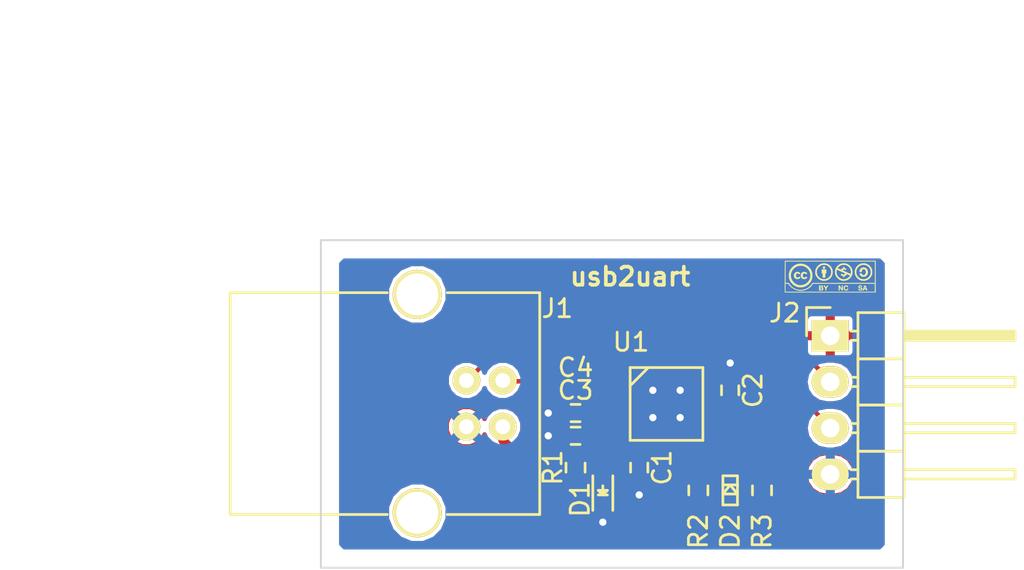
<source format=kicad_pcb>
(kicad_pcb (version 4) (host pcbnew LL-2015-09-25-git:d09c0a2-llkicadgr)

  (general
    (links 29)
    (no_connects 0)
    (area 111.000001 83.150001 167.875001 114.050001)
    (thickness 1.6)
    (drawings 7)
    (tracks 57)
    (zones 0)
    (modules 13)
    (nets 25)
  )

  (page A4)
  (title_block
    (title USB2UART)
    (date 2015-09-25)
    (rev 1.0)
    (company "Logikon Labs")
    (comment 1 "Dimitris Lampridis")
  )

  (layers
    (0 F.Cu signal)
    (31 B.Cu signal)
    (35 F.Paste user)
    (37 F.SilkS user)
    (38 B.Mask user)
    (39 F.Mask user)
    (40 Dwgs.User user)
    (44 Edge.Cuts user)
  )

  (setup
    (last_trace_width 0.25)
    (user_trace_width 0.5)
    (trace_clearance 0.2)
    (zone_clearance 0.2)
    (zone_45_only yes)
    (trace_min 0.25)
    (segment_width 0.2)
    (edge_width 0.1)
    (via_size 0.7)
    (via_drill 0.4)
    (via_min_size 0.7)
    (via_min_drill 0.4)
    (uvia_size 0.508)
    (uvia_drill 0.127)
    (uvias_allowed no)
    (uvia_min_size 0.508)
    (uvia_min_drill 0.127)
    (pcb_text_width 0.3)
    (pcb_text_size 1.5 1.5)
    (mod_edge_width 0.15)
    (mod_text_size 0.8 0.8)
    (mod_text_width 0.12)
    (pad_size 1.5 1.5)
    (pad_drill 0.6)
    (pad_to_mask_clearance 0.05)
    (solder_mask_min_width 0.1)
    (pad_to_paste_clearance -0.02)
    (aux_axis_origin 0 0)
    (visible_elements FFFFFF3F)
    (pcbplotparams
      (layerselection 0x011e8_80000001)
      (usegerberextensions true)
      (excludeedgelayer true)
      (linewidth 0.150000)
      (plotframeref false)
      (viasonmask true)
      (mode 1)
      (useauxorigin false)
      (hpglpennumber 1)
      (hpglpenspeed 20)
      (hpglpendiameter 15)
      (hpglpenoverlay 2)
      (psnegative false)
      (psa4output false)
      (plotreference true)
      (plotvalue false)
      (plotinvisibletext false)
      (padsonsilk false)
      (subtractmaskfromsilk false)
      (outputformat 1)
      (mirror false)
      (drillshape 0)
      (scaleselection 1)
      (outputdirectory mfg/))
  )

  (net 0 "")
  (net 1 +3.3V)
  (net 2 /LEDONR)
  (net 3 /LEDRX)
  (net 4 /LEDRXR)
  (net 5 /LEDTX)
  (net 6 /LEDTXR)
  (net 7 /RXD)
  (net 8 /TXD)
  (net 9 /USBDM)
  (net 10 /USBDP)
  (net 11 /VPP)
  (net 12 GND)
  (net 13 VCC)
  (net 14 "Net-(U1-Pad1)")
  (net 15 "Net-(U1-Pad10)")
  (net 16 "Net-(U1-Pad11)")
  (net 17 "Net-(U1-Pad12)")
  (net 18 "Net-(U1-Pad15)")
  (net 19 "Net-(U1-Pad17)")
  (net 20 "Net-(U1-Pad18)")
  (net 21 "Net-(U1-Pad19)")
  (net 22 "Net-(U1-Pad22)")
  (net 23 "Net-(U1-Pad23)")
  (net 24 "Net-(U1-Pad24)")

  (net_class Default "This is the default net class."
    (clearance 0.2)
    (trace_width 0.25)
    (via_dia 0.7)
    (via_drill 0.4)
    (uvia_dia 0.508)
    (uvia_drill 0.127)
    (add_net +3.3V)
    (add_net /LEDONR)
    (add_net /LEDRX)
    (add_net /LEDRXR)
    (add_net /LEDTX)
    (add_net /LEDTXR)
    (add_net /RXD)
    (add_net /TXD)
    (add_net /USBDM)
    (add_net /USBDP)
    (add_net /VPP)
    (add_net GND)
    (add_net "Net-(U1-Pad1)")
    (add_net "Net-(U1-Pad10)")
    (add_net "Net-(U1-Pad11)")
    (add_net "Net-(U1-Pad12)")
    (add_net "Net-(U1-Pad15)")
    (add_net "Net-(U1-Pad17)")
    (add_net "Net-(U1-Pad18)")
    (add_net "Net-(U1-Pad19)")
    (add_net "Net-(U1-Pad22)")
    (add_net "Net-(U1-Pad23)")
    (add_net "Net-(U1-Pad24)")
    (add_net VCC)
  )

  (module Logo_silk_CC-BY-NC-SA_5x2mm (layer F.Cu) (tedit 5171CE1B) (tstamp 536117B5)
    (at 157 98)
    (descr "CC BY-NC-SA logo, 5x2mm")
    (attr smd)
    (fp_text reference G*** (at 0.2 -0.7) (layer F.SilkS) hide
      (effects (font (size 0.0889 0.0889) (thickness 0.01778)))
    )
    (fp_text value LOGO (at 0.2 0.2) (layer F.SilkS) hide
      (effects (font (size 0.0889 0.0889) (thickness 0.01778)))
    )
    (fp_poly (pts (xy 2.49936 0.87376) (xy 2.45364 0.87376) (xy 2.45364 0.34798) (xy 2.45364 -0.22352)
      (xy 2.45364 -0.8001) (xy 2.4384 -0.81534) (xy 2.4257 -0.82804) (xy 0 -0.82804)
      (xy -2.4257 -0.82804) (xy -2.4384 -0.81534) (xy -2.45364 -0.8001) (xy -2.45364 -0.22352)
      (xy -2.45364 0.34798) (xy -2.36474 0.34798) (xy -2.27584 0.34798) (xy -2.24282 0.39878)
      (xy -2.19456 0.46482) (xy -2.13868 0.52578) (xy -2.07772 0.57912) (xy -2.00914 0.62484)
      (xy -1.93548 0.66548) (xy -1.85928 0.69596) (xy -1.778 0.71882) (xy -1.71196 0.72898)
      (xy -1.67894 0.73152) (xy -1.6383 0.73152) (xy -1.59512 0.73152) (xy -1.55194 0.72644)
      (xy -1.51384 0.7239) (xy -1.49098 0.71882) (xy -1.40462 0.69596) (xy -1.32588 0.66802)
      (xy -1.25222 0.62738) (xy -1.18364 0.58166) (xy -1.1176 0.52324) (xy -1.0922 0.49784)
      (xy -1.06934 0.47244) (xy -1.04648 0.4445) (xy -1.02616 0.4191) (xy -1.01346 0.39878)
      (xy -0.98044 0.35052) (xy 0.73406 0.34798) (xy 2.45364 0.34798) (xy 2.45364 0.87376)
      (xy 2.44856 0.87376) (xy 2.44856 0.83312) (xy 2.44856 0.61468) (xy 2.44856 0.3937)
      (xy 0.7493 0.3937) (xy -0.94742 0.3937) (xy -0.98044 0.43942) (xy -1.01854 0.49276)
      (xy -1.0541 0.54102) (xy -1.09474 0.57912) (xy -1.13538 0.61214) (xy -1.1811 0.64516)
      (xy -1.21412 0.66548) (xy -1.27 0.69342) (xy -1.31826 0.71628) (xy -1.36398 0.73406)
      (xy -1.4097 0.7493) (xy -1.45796 0.762) (xy -1.4605 0.762) (xy -1.53416 0.7747)
      (xy -1.6002 0.77978) (xy -1.6637 0.77978) (xy -1.72974 0.7747) (xy -1.79832 0.762)
      (xy -1.87452 0.73914) (xy -1.95072 0.70612) (xy -2.02946 0.66294) (xy -2.1082 0.61214)
      (xy -2.1336 0.59182) (xy -2.15392 0.57658) (xy -2.17678 0.55372) (xy -2.20218 0.52832)
      (xy -2.23012 0.50038) (xy -2.25298 0.47244) (xy -2.27584 0.44704) (xy -2.29108 0.42418)
      (xy -2.2987 0.40894) (xy -2.30886 0.3937) (xy -2.38252 0.3937) (xy -2.45872 0.3937)
      (xy -2.45872 0.61468) (xy -2.45872 0.83312) (xy -0.00254 0.83312) (xy 2.44856 0.83312)
      (xy 2.44856 0.87376) (xy 0.00254 0.87376) (xy -2.49174 0.87376) (xy -2.49682 0.80264)
      (xy -2.49682 0.7874) (xy -2.49682 0.76454) (xy -2.49682 0.73406) (xy -2.49682 0.69342)
      (xy -2.49682 0.6477) (xy -2.49936 0.5969) (xy -2.49936 0.53848) (xy -2.49936 0.47752)
      (xy -2.49936 0.41148) (xy -2.49936 0.34036) (xy -2.49936 0.2667) (xy -2.49936 0.1905)
      (xy -2.49936 0.11176) (xy -2.49936 0.03302) (xy -2.49682 -0.04318) (xy -2.49682 -0.12192)
      (xy -2.49682 -0.20066) (xy -2.49682 -0.27686) (xy -2.49682 -0.35306) (xy -2.49682 -0.42672)
      (xy -2.49682 -0.4953) (xy -2.49682 -0.5588) (xy -2.49682 -0.61976) (xy -2.49428 -0.67564)
      (xy -2.49428 -0.72644) (xy -2.49428 -0.76962) (xy -2.49428 -0.80518) (xy -2.49428 -0.83312)
      (xy -2.49428 -0.85344) (xy -2.49174 -0.86614) (xy -2.49174 -0.86614) (xy -2.48666 -0.86868)
      (xy -2.47142 -0.86868) (xy -2.44856 -0.86868) (xy -2.41554 -0.86868) (xy -2.3749 -0.86868)
      (xy -2.3241 -0.86868) (xy -2.26568 -0.86868) (xy -2.20218 -0.86868) (xy -2.12852 -0.86868)
      (xy -2.04978 -0.86868) (xy -1.96596 -0.86868) (xy -1.87452 -0.86868) (xy -1.778 -0.87122)
      (xy -1.6764 -0.87122) (xy -1.56972 -0.87122) (xy -1.45796 -0.87122) (xy -1.34366 -0.87122)
      (xy -1.22428 -0.87122) (xy -1.10236 -0.87122) (xy -0.97536 -0.87122) (xy -0.84836 -0.87122)
      (xy -0.71882 -0.87122) (xy -0.5842 -0.87122) (xy -0.45212 -0.87122) (xy -0.31496 -0.87122)
      (xy -0.18034 -0.87122) (xy -0.04318 -0.87122) (xy 0.09144 -0.87122) (xy 0.22606 -0.87122)
      (xy 0.36322 -0.87122) (xy 0.49784 -0.87122) (xy 0.62992 -0.87122) (xy 0.762 -0.87122)
      (xy 0.89154 -0.87122) (xy 1.01854 -0.87122) (xy 1.143 -0.87122) (xy 1.26238 -0.87122)
      (xy 1.38176 -0.87122) (xy 1.49352 -0.87122) (xy 1.60274 -0.87122) (xy 1.70688 -0.87122)
      (xy 1.80594 -0.87122) (xy 1.90246 -0.87122) (xy 1.98882 -0.87122) (xy 2.07264 -0.87122)
      (xy 2.1463 -0.87122) (xy 2.21488 -0.87122) (xy 2.27838 -0.87122) (xy 2.33172 -0.87122)
      (xy 2.37744 -0.87122) (xy 2.41554 -0.87122) (xy 2.44348 -0.87122) (xy 2.4638 -0.87122)
      (xy 2.47396 -0.87122) (xy 2.4765 -0.87122) (xy 2.49936 -0.86868) (xy 2.49936 0.00254)
      (xy 2.49936 0.87376) (xy 2.49936 0.87376)) (layer F.SilkS) (width 0.00254))
    (fp_poly (pts (xy 0.99314 0.65786) (xy 0.9906 0.6731) (xy 0.9779 0.70866) (xy 0.96012 0.73406)
      (xy 0.93472 0.75438) (xy 0.90424 0.76708) (xy 0.86868 0.76962) (xy 0.84582 0.76708)
      (xy 0.82042 0.762) (xy 0.8001 0.75184) (xy 0.77978 0.7366) (xy 0.76962 0.72644)
      (xy 0.75184 0.6985) (xy 0.73914 0.66548) (xy 0.73406 0.63246) (xy 0.7366 0.5969)
      (xy 0.74676 0.56134) (xy 0.76454 0.53086) (xy 0.7747 0.51816) (xy 0.8001 0.49784)
      (xy 0.83058 0.48514) (xy 0.8636 0.48006) (xy 0.89408 0.4826) (xy 0.92456 0.49276)
      (xy 0.94996 0.508) (xy 0.97282 0.53086) (xy 0.9779 0.54356) (xy 0.98552 0.5588)
      (xy 0.98806 0.5715) (xy 0.98806 0.57404) (xy 0.98806 0.57912) (xy 0.98298 0.58166)
      (xy 0.97028 0.5842) (xy 0.96266 0.5842) (xy 0.94488 0.5842) (xy 0.93726 0.58166)
      (xy 0.92964 0.57658) (xy 0.9271 0.56896) (xy 0.91186 0.54864) (xy 0.89154 0.53848)
      (xy 0.87122 0.5334) (xy 0.84836 0.53848) (xy 0.82804 0.54864) (xy 0.8128 0.56642)
      (xy 0.80772 0.57658) (xy 0.8001 0.5969) (xy 0.79756 0.6223) (xy 0.8001 0.65024)
      (xy 0.80518 0.6731) (xy 0.80772 0.67818) (xy 0.82296 0.6985) (xy 0.84328 0.7112)
      (xy 0.86614 0.71882) (xy 0.889 0.71628) (xy 0.89916 0.7112) (xy 0.91186 0.70104)
      (xy 0.92202 0.6858) (xy 0.92964 0.67056) (xy 0.92964 0.66548) (xy 0.92964 0.66294)
      (xy 0.93726 0.6604) (xy 0.9525 0.65786) (xy 0.96012 0.65786) (xy 0.99314 0.65786)
      (xy 0.99314 0.65786)) (layer F.SilkS) (width 0.00254))
    (fp_poly (pts (xy 1.76784 0.69342) (xy 1.76276 0.71374) (xy 1.7526 0.73152) (xy 1.74752 0.7366)
      (xy 1.72974 0.75184) (xy 1.7018 0.76454) (xy 1.67132 0.76962) (xy 1.64084 0.76962)
      (xy 1.63576 0.76962) (xy 1.6002 0.762) (xy 1.57226 0.74676) (xy 1.55194 0.72644)
      (xy 1.53924 0.70104) (xy 1.53924 0.6985) (xy 1.5367 0.68326) (xy 1.53924 0.6731)
      (xy 1.54686 0.67056) (xy 1.56464 0.67056) (xy 1.56972 0.67056) (xy 1.58496 0.67056)
      (xy 1.59258 0.6731) (xy 1.59766 0.68072) (xy 1.6002 0.68834) (xy 1.61036 0.70612)
      (xy 1.62814 0.71882) (xy 1.64846 0.7239) (xy 1.67386 0.72136) (xy 1.68656 0.71628)
      (xy 1.7018 0.70866) (xy 1.70942 0.69596) (xy 1.70688 0.68326) (xy 1.70434 0.67564)
      (xy 1.69672 0.66802) (xy 1.68402 0.66294) (xy 1.6637 0.65532) (xy 1.6383 0.64516)
      (xy 1.62306 0.64262) (xy 1.6002 0.635) (xy 1.58242 0.62738) (xy 1.57226 0.61976)
      (xy 1.56464 0.61214) (xy 1.5494 0.58928) (xy 1.54432 0.56642) (xy 1.54686 0.54356)
      (xy 1.55702 0.52324) (xy 1.5748 0.50546) (xy 1.59512 0.49276) (xy 1.62052 0.4826)
      (xy 1.651 0.48006) (xy 1.67894 0.4826) (xy 1.70942 0.49276) (xy 1.73482 0.508)
      (xy 1.75006 0.52832) (xy 1.75768 0.55372) (xy 1.75768 0.55372) (xy 1.76022 0.57404)
      (xy 1.73228 0.57404) (xy 1.7145 0.57404) (xy 1.70688 0.5715) (xy 1.7018 0.56642)
      (xy 1.69672 0.5588) (xy 1.6891 0.54356) (xy 1.67132 0.5334) (xy 1.65354 0.52832)
      (xy 1.63322 0.53086) (xy 1.61798 0.53848) (xy 1.61544 0.54102) (xy 1.60782 0.55118)
      (xy 1.60528 0.56134) (xy 1.61036 0.56896) (xy 1.6129 0.57404) (xy 1.62306 0.57912)
      (xy 1.64338 0.58928) (xy 1.67386 0.5969) (xy 1.6764 0.5969) (xy 1.70942 0.6096)
      (xy 1.73482 0.61976) (xy 1.75006 0.63246) (xy 1.76276 0.6477) (xy 1.76784 0.66548)
      (xy 1.76784 0.67056) (xy 1.76784 0.69342) (xy 1.76784 0.69342)) (layer F.SilkS) (width 0.00254))
    (fp_poly (pts (xy -0.381 0.69342) (xy -0.38862 0.71882) (xy -0.40386 0.74168) (xy -0.42672 0.75438)
      (xy -0.43434 0.75692) (xy -0.4445 0.75946) (xy -0.4445 0.67818) (xy -0.4445 0.66294)
      (xy -0.45212 0.65278) (xy -0.45466 0.65278) (xy -0.45466 0.56388) (xy -0.45974 0.55118)
      (xy -0.46228 0.5461) (xy -0.4699 0.54102) (xy -0.4826 0.53848) (xy -0.50292 0.53848)
      (xy -0.508 0.53848) (xy -0.54864 0.53848) (xy -0.54864 0.55372) (xy -0.55118 0.5715)
      (xy -0.54864 0.5842) (xy -0.54864 0.59182) (xy -0.5461 0.5969) (xy -0.53848 0.59944)
      (xy -0.52324 0.59944) (xy -0.51308 0.59944) (xy -0.48768 0.5969) (xy -0.4699 0.59436)
      (xy -0.46482 0.59182) (xy -0.4572 0.57912) (xy -0.45466 0.56388) (xy -0.45466 0.65278)
      (xy -0.46482 0.6477) (xy -0.4826 0.64516) (xy -0.508 0.64262) (xy -0.54864 0.64262)
      (xy -0.54864 0.67818) (xy -0.54864 0.71374) (xy -0.50546 0.71374) (xy -0.4826 0.71374)
      (xy -0.46736 0.7112) (xy -0.4572 0.70866) (xy -0.45212 0.70612) (xy -0.4445 0.69342)
      (xy -0.4445 0.67818) (xy -0.4445 0.75946) (xy -0.44704 0.75946) (xy -0.45974 0.762)
      (xy -0.48006 0.762) (xy -0.50546 0.76454) (xy -0.53086 0.76454) (xy -0.61468 0.76454)
      (xy -0.61468 0.62738) (xy -0.61468 0.48768) (xy -0.53086 0.48768) (xy -0.4953 0.49022)
      (xy -0.46736 0.49022) (xy -0.44704 0.49276) (xy -0.4318 0.4953) (xy -0.4191 0.50038)
      (xy -0.41148 0.508) (xy -0.4064 0.51308) (xy -0.39878 0.52578) (xy -0.39624 0.5461)
      (xy -0.3937 0.56642) (xy -0.39624 0.57658) (xy -0.40132 0.58928) (xy -0.41148 0.60198)
      (xy -0.41402 0.60198) (xy -0.42164 0.61214) (xy -0.42164 0.61722) (xy -0.4191 0.61722)
      (xy -0.4064 0.62738) (xy -0.39116 0.64008) (xy -0.38354 0.65786) (xy -0.381 0.66548)
      (xy -0.381 0.69342) (xy -0.381 0.69342)) (layer F.SilkS) (width 0.00254))
    (fp_poly (pts (xy -0.10414 0.48768) (xy -0.15748 0.57658) (xy -0.20828 0.66294) (xy -0.20828 0.71374)
      (xy -0.20828 0.76454) (xy -0.23876 0.76454) (xy -0.26924 0.76454) (xy -0.26924 0.7112)
      (xy -0.26924 0.65786) (xy -0.3175 0.57658) (xy -0.33274 0.55118) (xy -0.34544 0.52832)
      (xy -0.3556 0.51054) (xy -0.36322 0.49784) (xy -0.3683 0.49276) (xy -0.36322 0.49022)
      (xy -0.35306 0.49022) (xy -0.33528 0.48768) (xy -0.33528 0.48768) (xy -0.29972 0.48768)
      (xy -0.26924 0.54102) (xy -0.254 0.56642) (xy -0.24384 0.58166) (xy -0.23622 0.58928)
      (xy -0.23368 0.58928) (xy -0.2286 0.58166) (xy -0.22098 0.56896) (xy -0.21082 0.54864)
      (xy -0.2032 0.53594) (xy -0.17526 0.49022) (xy -0.1397 0.49022) (xy -0.10414 0.48768)
      (xy -0.10414 0.48768)) (layer F.SilkS) (width 0.00254))
    (fp_poly (pts (xy 0.69342 0.76454) (xy 0.66294 0.76454) (xy 0.63246 0.76454) (xy 0.57658 0.67564)
      (xy 0.5207 0.58674) (xy 0.5207 0.67564) (xy 0.51816 0.76454) (xy 0.48768 0.76454)
      (xy 0.45974 0.76454) (xy 0.45974 0.62738) (xy 0.45974 0.48768) (xy 0.49022 0.48768)
      (xy 0.52324 0.48768) (xy 0.57658 0.57658) (xy 0.59182 0.60198) (xy 0.60706 0.62484)
      (xy 0.61976 0.64262) (xy 0.62738 0.65532) (xy 0.63246 0.6604) (xy 0.63246 0.6604)
      (xy 0.63246 0.65532) (xy 0.635 0.64262) (xy 0.635 0.6223) (xy 0.635 0.5969)
      (xy 0.635 0.57404) (xy 0.63246 0.48768) (xy 0.66294 0.48768) (xy 0.69342 0.48768)
      (xy 0.69342 0.62738) (xy 0.69342 0.76454) (xy 0.69342 0.76454)) (layer F.SilkS) (width 0.00254))
    (fp_poly (pts (xy 2.0447 0.75946) (xy 2.03962 0.762) (xy 2.02692 0.76454) (xy 2.01168 0.76454)
      (xy 1.9812 0.76454) (xy 1.97104 0.73406) (xy 1.96342 0.70358) (xy 1.9431 0.70358)
      (xy 1.9431 0.65278) (xy 1.92786 0.6096) (xy 1.92024 0.58928) (xy 1.91516 0.57404)
      (xy 1.91008 0.56896) (xy 1.91008 0.56642) (xy 1.905 0.57404) (xy 1.89992 0.58674)
      (xy 1.89484 0.60198) (xy 1.88722 0.61976) (xy 1.88214 0.635) (xy 1.8796 0.6477)
      (xy 1.8796 0.65024) (xy 1.88468 0.65278) (xy 1.89484 0.65278) (xy 1.91008 0.65278)
      (xy 1.9431 0.65278) (xy 1.9431 0.70358) (xy 1.91008 0.70358) (xy 1.85928 0.70358)
      (xy 1.84912 0.73406) (xy 1.83642 0.76454) (xy 1.80594 0.76454) (xy 1.77546 0.76454)
      (xy 1.82626 0.62738) (xy 1.87706 0.49022) (xy 1.91262 0.49022) (xy 1.94564 0.49022)
      (xy 1.9939 0.62484) (xy 2.0066 0.65786) (xy 2.0193 0.68834) (xy 2.02946 0.71628)
      (xy 2.03708 0.73914) (xy 2.04216 0.75184) (xy 2.0447 0.75946) (xy 2.0447 0.75946)
      (xy 2.0447 0.75946)) (layer F.SilkS) (width 0.00254))
    (fp_poly (pts (xy -0.98044 -0.06858) (xy -0.98044 -0.03302) (xy -0.98298 0.0127) (xy -0.98552 0.05588)
      (xy -0.99314 0.09398) (xy -1.00076 0.12954) (xy -1.01346 0.1651) (xy -1.02362 0.1905)
      (xy -1.0541 0.25654) (xy -1.09474 0.3175) (xy -1.09474 0.3175) (xy -1.09474 -0.06858)
      (xy -1.09982 -0.13716) (xy -1.11506 -0.20574) (xy -1.13792 -0.26924) (xy -1.1684 -0.33274)
      (xy -1.20904 -0.38862) (xy -1.25476 -0.44196) (xy -1.31064 -0.48768) (xy -1.3716 -0.52832)
      (xy -1.37414 -0.53086) (xy -1.4351 -0.5588) (xy -1.4986 -0.57912) (xy -1.56464 -0.58928)
      (xy -1.63322 -0.59182) (xy -1.7018 -0.58674) (xy -1.76784 -0.57404) (xy -1.83134 -0.55372)
      (xy -1.87198 -0.5334) (xy -1.9304 -0.49784) (xy -1.98374 -0.45466) (xy -2.02946 -0.40386)
      (xy -2.07264 -0.35052) (xy -2.10566 -0.2921) (xy -2.1336 -0.23114) (xy -2.14376 -0.19558)
      (xy -2.159 -0.12446) (xy -2.16154 -0.05334) (xy -2.15646 0.01524) (xy -2.14122 0.08382)
      (xy -2.11836 0.14732) (xy -2.0828 0.21082) (xy -2.04216 0.26924) (xy -1.99136 0.32258)
      (xy -1.93294 0.37084) (xy -1.87452 0.40894) (xy -1.81102 0.43942) (xy -1.74498 0.45974)
      (xy -1.6764 0.4699) (xy -1.60274 0.4699) (xy -1.5367 0.46228) (xy -1.47574 0.44958)
      (xy -1.41478 0.42672) (xy -1.35636 0.39624) (xy -1.30302 0.35814) (xy -1.25222 0.31496)
      (xy -1.2065 0.2667) (xy -1.17094 0.21336) (xy -1.14046 0.16002) (xy -1.13284 0.14224)
      (xy -1.10998 0.07112) (xy -1.09728 0) (xy -1.09474 -0.06858) (xy -1.09474 0.3175)
      (xy -1.14046 0.37338) (xy -1.1938 0.42672) (xy -1.25222 0.47244) (xy -1.31572 0.51054)
      (xy -1.38176 0.54356) (xy -1.4478 0.56642) (xy -1.51892 0.58166) (xy -1.55194 0.58674)
      (xy -1.58242 0.58928) (xy -1.60782 0.58928) (xy -1.63068 0.59182) (xy -1.64846 0.59182)
      (xy -1.66878 0.58928) (xy -1.68656 0.58928) (xy -1.76276 0.57912) (xy -1.83642 0.5588)
      (xy -1.905 0.53086) (xy -1.97104 0.49276) (xy -2.03454 0.44704) (xy -2.0955 0.38862)
      (xy -2.0955 0.38862) (xy -2.14884 0.32766) (xy -2.19456 0.26416) (xy -2.22758 0.19812)
      (xy -2.25298 0.12954) (xy -2.27076 0.05588) (xy -2.27838 -0.01778) (xy -2.27838 -0.05842)
      (xy -2.27584 -0.12954) (xy -2.26568 -0.19812) (xy -2.25044 -0.25908) (xy -2.22758 -0.32258)
      (xy -2.20726 -0.36068) (xy -2.16662 -0.42672) (xy -2.11836 -0.49022) (xy -2.06502 -0.5461)
      (xy -2.00406 -0.59436) (xy -1.93802 -0.635) (xy -1.86944 -0.66802) (xy -1.79832 -0.69342)
      (xy -1.7526 -0.70358) (xy -1.71958 -0.70612) (xy -1.67894 -0.70866) (xy -1.63576 -0.7112)
      (xy -1.59258 -0.70866) (xy -1.5494 -0.70866) (xy -1.51384 -0.70358) (xy -1.50622 -0.70104)
      (xy -1.43002 -0.68326) (xy -1.3589 -0.65532) (xy -1.29032 -0.61976) (xy -1.22682 -0.57658)
      (xy -1.1684 -0.52578) (xy -1.1176 -0.4699) (xy -1.07188 -0.4064) (xy -1.03632 -0.33782)
      (xy -1.00838 -0.2667) (xy -1.0033 -0.24892) (xy -0.99314 -0.21336) (xy -0.98552 -0.18034)
      (xy -0.98298 -0.14732) (xy -0.98044 -0.10922) (xy -0.98044 -0.06858) (xy -0.98044 -0.06858)) (layer F.SilkS) (width 0.00254))
    (fp_poly (pts (xy 0.13716 -0.26162) (xy 0.13716 -0.2159) (xy 0.13208 -0.17272) (xy 0.127 -0.13208)
      (xy 0.12446 -0.12192) (xy 0.11176 -0.08382) (xy 0.09398 -0.04318) (xy 0.07366 -0.00254)
      (xy 0.05334 0.02794) (xy 0.04826 0.03302) (xy 0.04826 -0.24892) (xy 0.04572 -0.30226)
      (xy 0.0381 -0.35052) (xy 0.02286 -0.39624) (xy 0.0127 -0.42164) (xy -0.01524 -0.4699)
      (xy -0.0508 -0.51562) (xy -0.09652 -0.55626) (xy -0.14478 -0.59182) (xy -0.19812 -0.61722)
      (xy -0.2286 -0.62992) (xy -0.24638 -0.635) (xy -0.26162 -0.63754) (xy -0.2794 -0.64008)
      (xy -0.29972 -0.64008) (xy -0.32766 -0.64008) (xy -0.34036 -0.64008) (xy -0.37338 -0.64008)
      (xy -0.39624 -0.64008) (xy -0.41402 -0.63754) (xy -0.42926 -0.635) (xy -0.44704 -0.63246)
      (xy -0.45466 -0.62992) (xy -0.51054 -0.60706) (xy -0.56388 -0.57404) (xy -0.61214 -0.53594)
      (xy -0.65278 -0.49022) (xy -0.68834 -0.43942) (xy -0.71374 -0.381) (xy -0.7239 -0.35052)
      (xy -0.73152 -0.3175) (xy -0.73406 -0.2794) (xy -0.7366 -0.2413) (xy -0.73406 -0.20066)
      (xy -0.72898 -0.16764) (xy -0.72644 -0.15494) (xy -0.70612 -0.09652) (xy -0.67564 -0.04064)
      (xy -0.63754 0.00762) (xy -0.59182 0.0508) (xy -0.56642 0.07112) (xy -0.51308 0.10414)
      (xy -0.4572 0.127) (xy -0.39624 0.1397) (xy -0.33528 0.14224) (xy -0.28448 0.1397)
      (xy -0.23876 0.12954) (xy -0.19304 0.11176) (xy -0.14986 0.09144) (xy -0.13716 0.08636)
      (xy -0.12192 0.07366) (xy -0.1016 0.05842) (xy -0.07874 0.0381) (xy -0.05842 0.02032)
      (xy -0.05842 0.01778) (xy -0.03556 -0.00254) (xy -0.02032 -0.02032) (xy -0.00762 -0.0381)
      (xy 0.00254 -0.05842) (xy 0.00762 -0.06858) (xy 0.02794 -0.1143) (xy 0.04064 -0.15494)
      (xy 0.04572 -0.20066) (xy 0.04826 -0.24892) (xy 0.04826 0.03302) (xy 0.04826 0.0381)
      (xy 0.00508 0.08382) (xy -0.04064 0.127) (xy -0.09652 0.1651) (xy -0.1524 0.19558)
      (xy -0.21082 0.2159) (xy -0.22352 0.21844) (xy -0.254 0.22352) (xy -0.28956 0.2286)
      (xy -0.32512 0.23114) (xy -0.36322 0.23114) (xy -0.39624 0.23114) (xy -0.41656 0.2286)
      (xy -0.4826 0.21336) (xy -0.54356 0.18796) (xy -0.60452 0.15494) (xy -0.6604 0.11176)
      (xy -0.68326 0.0889) (xy -0.72898 0.03556) (xy -0.76708 -0.01778) (xy -0.79756 -0.07874)
      (xy -0.8128 -0.12954) (xy -0.81788 -0.14986) (xy -0.82042 -0.17018) (xy -0.82296 -0.19304)
      (xy -0.8255 -0.2159) (xy -0.8255 -0.24638) (xy -0.82296 -0.2921) (xy -0.82042 -0.3302)
      (xy -0.81788 -0.35306) (xy -0.79756 -0.41656) (xy -0.76962 -0.47752) (xy -0.73406 -0.5334)
      (xy -0.69088 -0.5842) (xy -0.64262 -0.62992) (xy -0.58928 -0.66802) (xy -0.53086 -0.6985)
      (xy -0.46736 -0.71882) (xy -0.45466 -0.72136) (xy -0.42418 -0.72644) (xy -0.38862 -0.73152)
      (xy -0.34798 -0.73152) (xy -0.3048 -0.73152) (xy -0.2667 -0.72898) (xy -0.23368 -0.7239)
      (xy -0.2159 -0.71882) (xy -0.1524 -0.69596) (xy -0.09144 -0.66548) (xy -0.03556 -0.62738)
      (xy 0.01016 -0.58166) (xy 0.0508 -0.52832) (xy 0.08636 -0.47244) (xy 0.1143 -0.40894)
      (xy 0.13208 -0.3429) (xy 0.13208 -0.34036) (xy 0.13716 -0.30226) (xy 0.13716 -0.26162)
      (xy 0.13716 -0.26162)) (layer F.SilkS) (width 0.00254))
    (fp_poly (pts (xy 1.22682 -0.23622) (xy 1.22428 -0.19812) (xy 1.2192 -0.15494) (xy 1.21158 -0.11938)
      (xy 1.20142 -0.08382) (xy 1.18618 -0.04826) (xy 1.18364 -0.04572) (xy 1.16078 -0.00254)
      (xy 1.13792 0.03048) (xy 1.13792 -0.254) (xy 1.13284 -0.31496) (xy 1.1176 -0.37338)
      (xy 1.09474 -0.42926) (xy 1.06426 -0.48006) (xy 1.02362 -0.52578) (xy 0.9779 -0.56642)
      (xy 0.92456 -0.60198) (xy 0.9144 -0.60706) (xy 0.87122 -0.62484) (xy 0.82804 -0.63754)
      (xy 0.77978 -0.64262) (xy 0.72644 -0.64262) (xy 0.69596 -0.64262) (xy 0.6731 -0.64008)
      (xy 0.65532 -0.63754) (xy 0.63754 -0.63246) (xy 0.61722 -0.62484) (xy 0.59436 -0.61722)
      (xy 0.56896 -0.60452) (xy 0.54864 -0.59436) (xy 0.5461 -0.59182) (xy 0.53086 -0.5842)
      (xy 0.51308 -0.56896) (xy 0.49276 -0.55118) (xy 0.4699 -0.53086) (xy 0.45212 -0.51308)
      (xy 0.43434 -0.4953) (xy 0.42418 -0.48006) (xy 0.4191 -0.47498) (xy 0.41656 -0.46736)
      (xy 0.4191 -0.46228) (xy 0.42926 -0.4572) (xy 0.43942 -0.45212) (xy 0.4572 -0.4445)
      (xy 0.48006 -0.43434) (xy 0.50546 -0.42418) (xy 0.5207 -0.41656) (xy 0.59436 -0.38354)
      (xy 0.60706 -0.4064) (xy 0.62484 -0.42926) (xy 0.65024 -0.44704) (xy 0.67818 -0.45974)
      (xy 0.69088 -0.46482) (xy 0.71882 -0.4699) (xy 0.71882 -0.508) (xy 0.71882 -0.54356)
      (xy 0.74676 -0.54356) (xy 0.7747 -0.54356) (xy 0.7747 -0.508) (xy 0.7747 -0.4699)
      (xy 0.80518 -0.46482) (xy 0.82296 -0.45974) (xy 0.84328 -0.45212) (xy 0.8636 -0.4445)
      (xy 0.87884 -0.43688) (xy 0.889 -0.42926) (xy 0.89154 -0.42672) (xy 0.889 -0.42164)
      (xy 0.88138 -0.40894) (xy 0.87122 -0.39624) (xy 0.86614 -0.38862) (xy 0.83566 -0.35814)
      (xy 0.80772 -0.37084) (xy 0.78232 -0.381) (xy 0.75692 -0.38608) (xy 0.73406 -0.38354)
      (xy 0.71374 -0.37846) (xy 0.70104 -0.3683) (xy 0.69596 -0.35306) (xy 0.69596 -0.35306)
      (xy 0.69596 -0.34798) (xy 0.6985 -0.34544) (xy 0.70104 -0.34036) (xy 0.70866 -0.33782)
      (xy 0.71882 -0.3302) (xy 0.73152 -0.32512) (xy 0.75184 -0.31496) (xy 0.77724 -0.30226)
      (xy 0.80772 -0.28956) (xy 0.84582 -0.27178) (xy 0.89408 -0.24892) (xy 0.90678 -0.24384)
      (xy 0.94996 -0.22606) (xy 0.9906 -0.20574) (xy 1.02616 -0.1905) (xy 1.05918 -0.17526)
      (xy 1.08458 -0.1651) (xy 1.1049 -0.15748) (xy 1.1176 -0.14986) (xy 1.12268 -0.14986)
      (xy 1.12522 -0.15494) (xy 1.1303 -0.16764) (xy 1.13284 -0.18796) (xy 1.13284 -0.19304)
      (xy 1.13792 -0.254) (xy 1.13792 0.03048) (xy 1.13538 0.03302) (xy 1.1049 0.06858)
      (xy 1.08204 0.09398) (xy 1.08204 -0.05334) (xy 1.07696 -0.06096) (xy 1.06426 -0.06858)
      (xy 1.04394 -0.07874) (xy 1.016 -0.09144) (xy 1.00076 -0.09652) (xy 0.91186 -0.13716)
      (xy 0.89662 -0.10668) (xy 0.8763 -0.0762) (xy 0.8509 -0.05588) (xy 0.81788 -0.04064)
      (xy 0.8128 -0.0381) (xy 0.79502 -0.03302) (xy 0.78232 -0.02794) (xy 0.77724 -0.01778)
      (xy 0.7747 -0.00508) (xy 0.7747 0.00508) (xy 0.77216 0.0381) (xy 0.74676 0.0381)
      (xy 0.71882 0.0381) (xy 0.71882 0.00508) (xy 0.71882 -0.01016) (xy 0.71882 -0.02286)
      (xy 0.71374 -0.02794) (xy 0.70358 -0.03048) (xy 0.68834 -0.03556) (xy 0.67564 -0.03556)
      (xy 0.65786 -0.04064) (xy 0.635 -0.0508) (xy 0.61214 -0.06096) (xy 0.59182 -0.07366)
      (xy 0.5842 -0.07874) (xy 0.5715 -0.0889) (xy 0.60452 -0.12192) (xy 0.6223 -0.1397)
      (xy 0.635 -0.14986) (xy 0.64262 -0.1524) (xy 0.64516 -0.1524) (xy 0.67056 -0.13462)
      (xy 0.69342 -0.12192) (xy 0.71374 -0.11684) (xy 0.73914 -0.1143) (xy 0.74168 -0.1143)
      (xy 0.76962 -0.11684) (xy 0.78994 -0.127) (xy 0.80264 -0.14224) (xy 0.80264 -0.14224)
      (xy 0.80772 -0.15748) (xy 0.80518 -0.17272) (xy 0.80518 -0.17272) (xy 0.80264 -0.1778)
      (xy 0.79756 -0.18034) (xy 0.79248 -0.18542) (xy 0.78232 -0.1905) (xy 0.76708 -0.19812)
      (xy 0.7493 -0.20828) (xy 0.7239 -0.22098) (xy 0.69088 -0.23368) (xy 0.65278 -0.25146)
      (xy 0.60706 -0.27178) (xy 0.5842 -0.28194) (xy 0.54102 -0.30226) (xy 0.50038 -0.32004)
      (xy 0.46482 -0.33528) (xy 0.4318 -0.34798) (xy 0.4064 -0.36068) (xy 0.38608 -0.3683)
      (xy 0.37338 -0.37338) (xy 0.3683 -0.37338) (xy 0.36322 -0.36576) (xy 0.35814 -0.35052)
      (xy 0.3556 -0.32766) (xy 0.35052 -0.30226) (xy 0.35052 -0.27686) (xy 0.34798 -0.25146)
      (xy 0.34798 -0.24638) (xy 0.35306 -0.18796) (xy 0.36576 -0.12954) (xy 0.38862 -0.0762)
      (xy 0.4191 -0.02794) (xy 0.45466 0.01524) (xy 0.4953 0.05334) (xy 0.54102 0.08636)
      (xy 0.59182 0.11176) (xy 0.6477 0.13208) (xy 0.70358 0.14224) (xy 0.762 0.14224)
      (xy 0.8001 0.1397) (xy 0.86106 0.12446) (xy 0.91948 0.09906) (xy 0.97282 0.06858)
      (xy 1.02108 0.02794) (xy 1.05156 -0.00254) (xy 1.06426 -0.02032) (xy 1.07696 -0.03556)
      (xy 1.08204 -0.04572) (xy 1.08204 -0.05334) (xy 1.08204 0.09398) (xy 1.0795 0.09652)
      (xy 1.02362 0.14224) (xy 0.96774 0.1778) (xy 0.90678 0.20574) (xy 0.84836 0.22098)
      (xy 0.81788 0.22606) (xy 0.78232 0.2286) (xy 0.74676 0.23114) (xy 0.7112 0.23114)
      (xy 0.68072 0.2286) (xy 0.67564 0.2286) (xy 0.6096 0.2159) (xy 0.54864 0.19304)
      (xy 0.49022 0.16002) (xy 0.43434 0.11938) (xy 0.39116 0.0762) (xy 0.34798 0.0254)
      (xy 0.31496 -0.02286) (xy 0.28956 -0.0762) (xy 0.27178 -0.13208) (xy 0.26162 -0.19558)
      (xy 0.26162 -0.23114) (xy 0.25908 -0.26416) (xy 0.25908 -0.28956) (xy 0.26162 -0.30988)
      (xy 0.26416 -0.33274) (xy 0.2667 -0.34798) (xy 0.28702 -0.41402) (xy 0.31242 -0.47498)
      (xy 0.34798 -0.5334) (xy 0.39116 -0.5842) (xy 0.44196 -0.62992) (xy 0.49784 -0.66802)
      (xy 0.5334 -0.68834) (xy 0.57912 -0.70866) (xy 0.6223 -0.72136) (xy 0.67056 -0.72898)
      (xy 0.71882 -0.73152) (xy 0.78994 -0.73152) (xy 0.85852 -0.72136) (xy 0.91948 -0.70358)
      (xy 0.98044 -0.67564) (xy 1.03632 -0.63754) (xy 1.07696 -0.60198) (xy 1.12268 -0.55372)
      (xy 1.16078 -0.49784) (xy 1.19126 -0.43688) (xy 1.21158 -0.37338) (xy 1.22428 -0.30734)
      (xy 1.22682 -0.23622) (xy 1.22682 -0.23622)) (layer F.SilkS) (width 0.00254))
    (fp_poly (pts (xy 2.3114 -0.23876) (xy 2.3114 -0.19812) (xy 2.30886 -0.1651) (xy 2.30378 -0.13716)
      (xy 2.30378 -0.13208) (xy 2.28092 -0.06604) (xy 2.25044 -0.00508) (xy 2.2225 0.03048)
      (xy 2.2225 -0.23368) (xy 2.2225 -0.26416) (xy 2.21996 -0.3048) (xy 2.21488 -0.33782)
      (xy 2.20726 -0.3683) (xy 2.1971 -0.39878) (xy 2.1844 -0.42672) (xy 2.15392 -0.47752)
      (xy 2.11582 -0.52324) (xy 2.0701 -0.56388) (xy 2.0193 -0.5969) (xy 1.96596 -0.6223)
      (xy 1.95072 -0.62738) (xy 1.91516 -0.635) (xy 1.87452 -0.64262) (xy 1.8288 -0.64262)
      (xy 1.78816 -0.64262) (xy 1.75006 -0.63754) (xy 1.74498 -0.63754) (xy 1.6891 -0.61976)
      (xy 1.63322 -0.59182) (xy 1.58496 -0.5588) (xy 1.53924 -0.51562) (xy 1.50368 -0.46736)
      (xy 1.47066 -0.41402) (xy 1.45288 -0.3683) (xy 1.44526 -0.34798) (xy 1.44272 -0.33274)
      (xy 1.44018 -0.3175) (xy 1.43764 -0.29972) (xy 1.43764 -0.2794) (xy 1.43764 -0.25146)
      (xy 1.43764 -0.20828) (xy 1.44272 -0.17272) (xy 1.45034 -0.1397) (xy 1.4605 -0.10668)
      (xy 1.4732 -0.08128) (xy 1.49606 -0.04318) (xy 1.52654 -0.00254) (xy 1.55956 0.03302)
      (xy 1.59766 0.0635) (xy 1.63068 0.0889) (xy 1.68148 0.1143) (xy 1.7399 0.13208)
      (xy 1.79832 0.1397) (xy 1.85674 0.14224) (xy 1.91516 0.13208) (xy 1.93294 0.12954)
      (xy 1.98628 0.10922) (xy 2.03708 0.08128) (xy 2.08534 0.04826) (xy 2.12598 0.00762)
      (xy 2.16154 -0.03302) (xy 2.18948 -0.08128) (xy 2.19202 -0.08636) (xy 2.2098 -0.13208)
      (xy 2.21996 -0.18034) (xy 2.2225 -0.23368) (xy 2.2225 0.03048) (xy 2.21234 0.04826)
      (xy 2.16408 0.09906) (xy 2.12344 0.13462) (xy 2.06502 0.17272) (xy 2.00152 0.20066)
      (xy 1.93802 0.22098) (xy 1.86944 0.23114) (xy 1.79832 0.23114) (xy 1.75006 0.22606)
      (xy 1.68656 0.21082) (xy 1.62306 0.18796) (xy 1.56718 0.15494) (xy 1.5113 0.11176)
      (xy 1.46304 0.0635) (xy 1.45542 0.05334) (xy 1.41478 0) (xy 1.3843 -0.05842)
      (xy 1.36144 -0.11938) (xy 1.34874 -0.18542) (xy 1.34366 -0.25146) (xy 1.34874 -0.3175)
      (xy 1.36398 -0.38354) (xy 1.38684 -0.44704) (xy 1.39446 -0.46228) (xy 1.42748 -0.5207)
      (xy 1.46812 -0.5715) (xy 1.51638 -0.61976) (xy 1.56972 -0.6604) (xy 1.62814 -0.69088)
      (xy 1.6891 -0.71628) (xy 1.70434 -0.71882) (xy 1.72212 -0.7239) (xy 1.73736 -0.72644)
      (xy 1.75768 -0.72898) (xy 1.778 -0.72898) (xy 1.80594 -0.73152) (xy 1.83134 -0.73152)
      (xy 1.86436 -0.73152) (xy 1.8923 -0.72898) (xy 1.91262 -0.72898) (xy 1.9304 -0.72644)
      (xy 1.94818 -0.72136) (xy 1.9558 -0.71882) (xy 1.99644 -0.70612) (xy 2.03962 -0.68834)
      (xy 2.08026 -0.66548) (xy 2.11074 -0.6477) (xy 2.1336 -0.62992) (xy 2.15646 -0.60706)
      (xy 2.18186 -0.58166) (xy 2.20726 -0.55626) (xy 2.22504 -0.5334) (xy 2.23266 -0.52324)
      (xy 2.25044 -0.49276) (xy 2.26822 -0.4572) (xy 2.286 -0.4191) (xy 2.2987 -0.38354)
      (xy 2.2987 -0.37592) (xy 2.30632 -0.35052) (xy 2.30886 -0.31496) (xy 2.3114 -0.27686)
      (xy 2.3114 -0.23876) (xy 2.3114 -0.23876)) (layer F.SilkS) (width 0.00254))
    (fp_poly (pts (xy -1.63322 0.04064) (xy -1.64338 0.05334) (xy -1.65608 0.07366) (xy -1.6764 0.09144)
      (xy -1.69672 0.10922) (xy -1.71704 0.12192) (xy -1.72212 0.12446) (xy -1.75768 0.13462)
      (xy -1.80086 0.1397) (xy -1.83134 0.13716) (xy -1.87452 0.12954) (xy -1.91262 0.1143)
      (xy -1.9431 0.0889) (xy -1.9685 0.05842) (xy -1.98628 0.02286) (xy -1.99644 -0.01778)
      (xy -1.99898 -0.06604) (xy -1.99644 -0.07874) (xy -1.99136 -0.12192) (xy -1.97866 -0.15748)
      (xy -1.9558 -0.1905) (xy -1.94818 -0.20066) (xy -1.91516 -0.2286) (xy -1.8796 -0.24892)
      (xy -1.83896 -0.25908) (xy -1.79324 -0.26162) (xy -1.77292 -0.25908) (xy -1.75006 -0.254)
      (xy -1.7272 -0.24638) (xy -1.70942 -0.2413) (xy -1.69418 -0.23114) (xy -1.67894 -0.21844)
      (xy -1.6637 -0.2032) (xy -1.64846 -0.1905) (xy -1.64084 -0.1778) (xy -1.6383 -0.17018)
      (xy -1.64338 -0.1651) (xy -1.65354 -0.15748) (xy -1.67132 -0.14732) (xy -1.67894 -0.14478)
      (xy -1.71958 -0.12446) (xy -1.74244 -0.14986) (xy -1.75514 -0.16256) (xy -1.7653 -0.17018)
      (xy -1.77546 -0.17272) (xy -1.78816 -0.17272) (xy -1.79578 -0.17272) (xy -1.82372 -0.17018)
      (xy -1.84658 -0.15748) (xy -1.86436 -0.13716) (xy -1.8669 -0.13462) (xy -1.87198 -0.11684)
      (xy -1.87706 -0.09144) (xy -1.8796 -0.0635) (xy -1.87706 -0.03556) (xy -1.87452 -0.01016)
      (xy -1.87198 0) (xy -1.85928 0.02286) (xy -1.84404 0.04064) (xy -1.82118 0.04826)
      (xy -1.79578 0.0508) (xy -1.77038 0.04826) (xy -1.75006 0.04064) (xy -1.73482 0.0254)
      (xy -1.7272 0.01524) (xy -1.71958 0.00508) (xy -1.71196 0) (xy -1.71196 0)
      (xy -1.70688 0) (xy -1.69418 0.00762) (xy -1.6764 0.01524) (xy -1.67132 0.02032)
      (xy -1.63322 0.04064) (xy -1.63322 0.04064)) (layer F.SilkS) (width 0.00254))
    (fp_poly (pts (xy -1.26238 0.0381) (xy -1.26238 0.04572) (xy -1.26746 0.05588) (xy -1.27508 0.06604)
      (xy -1.30302 0.09652) (xy -1.33604 0.11938) (xy -1.3716 0.13208) (xy -1.41224 0.1397)
      (xy -1.45796 0.13716) (xy -1.49606 0.13208) (xy -1.52654 0.11684) (xy -1.55702 0.09652)
      (xy -1.5621 0.09144) (xy -1.5875 0.06096) (xy -1.60782 0.0254) (xy -1.61798 -0.01524)
      (xy -1.62052 -0.02286) (xy -1.62052 -0.06858) (xy -1.61544 -0.11176) (xy -1.60274 -0.1524)
      (xy -1.58242 -0.18796) (xy -1.55702 -0.21844) (xy -1.52654 -0.23876) (xy -1.50622 -0.24892)
      (xy -1.46812 -0.25908) (xy -1.42748 -0.26162) (xy -1.3843 -0.25654) (xy -1.3462 -0.24638)
      (xy -1.34112 -0.24384) (xy -1.32334 -0.23368) (xy -1.30302 -0.21844) (xy -1.28524 -0.2032)
      (xy -1.27 -0.18542) (xy -1.26746 -0.1778) (xy -1.26238 -0.17272) (xy -1.26238 -0.16764)
      (xy -1.26746 -0.16256) (xy -1.27762 -0.15748) (xy -1.2954 -0.14732) (xy -1.30302 -0.14478)
      (xy -1.34366 -0.12446) (xy -1.36906 -0.14986) (xy -1.38176 -0.16256) (xy -1.39192 -0.17018)
      (xy -1.39954 -0.17272) (xy -1.41478 -0.17272) (xy -1.41986 -0.17272) (xy -1.4478 -0.17018)
      (xy -1.46812 -0.16002) (xy -1.4859 -0.1397) (xy -1.49352 -0.127) (xy -1.50114 -0.1016)
      (xy -1.50622 -0.06858) (xy -1.50622 -0.0381) (xy -1.50114 -0.00762) (xy -1.49606 0.00508)
      (xy -1.48082 0.02794) (xy -1.4605 0.04318) (xy -1.4351 0.0508) (xy -1.4097 0.05334)
      (xy -1.38684 0.04572) (xy -1.36398 0.03048) (xy -1.35382 0.01778) (xy -1.34366 0.00762)
      (xy -1.34366 0.00254) (xy -1.34112 0) (xy -1.3335 0.00254) (xy -1.3208 0.00762)
      (xy -1.30302 0.01524) (xy -1.28524 0.0254) (xy -1.27254 0.03302) (xy -1.26238 0.0381)
      (xy -1.26238 0.0381) (xy -1.26238 0.0381)) (layer F.SilkS) (width 0.00254))
    (fp_poly (pts (xy -0.21336 -0.35306) (xy -0.21336 -0.33782) (xy -0.21336 -0.3175) (xy -0.21336 -0.28956)
      (xy -0.21336 -0.26416) (xy -0.21336 -0.17526) (xy -0.23876 -0.17272) (xy -0.2667 -0.17018)
      (xy -0.2667 -0.05588) (xy -0.26924 0.05842) (xy -0.3429 0.05842) (xy -0.4191 0.05842)
      (xy -0.4191 -0.05588) (xy -0.4191 -0.17526) (xy -0.43942 -0.17272) (xy -0.45466 -0.17272)
      (xy -0.46482 -0.17272) (xy -0.46736 -0.17272) (xy -0.4699 -0.17526) (xy -0.47244 -0.18288)
      (xy -0.47244 -0.19812) (xy -0.47244 -0.22098) (xy -0.47244 -0.24892) (xy -0.47244 -0.27432)
      (xy -0.47244 -0.30988) (xy -0.47244 -0.33782) (xy -0.47244 -0.35814) (xy -0.4699 -0.37084)
      (xy -0.4699 -0.381) (xy -0.46736 -0.38608) (xy -0.46482 -0.38862) (xy -0.46228 -0.39116)
      (xy -0.45974 -0.3937) (xy -0.45466 -0.39624) (xy -0.4445 -0.39624) (xy -0.4318 -0.39878)
      (xy -0.41148 -0.39878) (xy -0.38608 -0.39878) (xy -0.35052 -0.39878) (xy -0.3429 -0.39878)
      (xy -0.3048 -0.39878) (xy -0.27432 -0.39878) (xy -0.25146 -0.39624) (xy -0.23368 -0.39624)
      (xy -0.22352 -0.39116) (xy -0.2159 -0.38608) (xy -0.21336 -0.381) (xy -0.21336 -0.37084)
      (xy -0.21336 -0.36068) (xy -0.21336 -0.35306) (xy -0.21336 -0.35306)) (layer F.SilkS) (width 0.00254))
    (fp_poly (pts (xy -0.27686 -0.48768) (xy -0.2794 -0.46736) (xy -0.28956 -0.44958) (xy -0.30734 -0.43688)
      (xy -0.3302 -0.42672) (xy -0.3302 -0.42672) (xy -0.34544 -0.42672) (xy -0.36322 -0.42926)
      (xy -0.36576 -0.4318) (xy -0.37846 -0.43688) (xy -0.38608 -0.43942) (xy -0.38608 -0.43942)
      (xy -0.39116 -0.44196) (xy -0.39624 -0.45212) (xy -0.39878 -0.45466) (xy -0.40894 -0.48006)
      (xy -0.40894 -0.50292) (xy -0.40132 -0.52578) (xy -0.38862 -0.54356) (xy -0.3683 -0.55372)
      (xy -0.3429 -0.5588) (xy -0.34036 -0.56134) (xy -0.3175 -0.55626) (xy -0.29718 -0.54356)
      (xy -0.28448 -0.52832) (xy -0.27686 -0.51054) (xy -0.27686 -0.48768) (xy -0.27686 -0.48768)) (layer F.SilkS) (width 0.00254))
    (fp_poly (pts (xy 2.07518 -0.25146) (xy 2.07264 -0.2032) (xy 2.06248 -0.15748) (xy 2.0447 -0.1143)
      (xy 2.03454 -0.09652) (xy 2.0193 -0.0762) (xy 2.00406 -0.05842) (xy 2.00152 -0.05588)
      (xy 1.96342 -0.0254) (xy 1.92278 -0.00254) (xy 1.87452 0.00762) (xy 1.82626 0.0127)
      (xy 1.778 0.00762) (xy 1.77546 0.00762) (xy 1.73228 -0.00254) (xy 1.69418 -0.02286)
      (xy 1.6637 -0.05334) (xy 1.6383 -0.0889) (xy 1.62052 -0.13462) (xy 1.6129 -0.16002)
      (xy 1.60782 -0.17272) (xy 1.67132 -0.17272) (xy 1.73228 -0.17272) (xy 1.73736 -0.1524)
      (xy 1.74244 -0.13208) (xy 1.75768 -0.1143) (xy 1.77292 -0.09906) (xy 1.77546 -0.09906)
      (xy 1.78562 -0.09398) (xy 1.80086 -0.09144) (xy 1.81356 -0.0889) (xy 1.84658 -0.08636)
      (xy 1.87706 -0.09398) (xy 1.90246 -0.11176) (xy 1.92278 -0.13462) (xy 1.93802 -0.16764)
      (xy 1.94818 -0.20828) (xy 1.94818 -0.20828) (xy 1.95072 -0.24384) (xy 1.95072 -0.28194)
      (xy 1.9431 -0.3175) (xy 1.93294 -0.34544) (xy 1.9304 -0.34798) (xy 1.91516 -0.37338)
      (xy 1.8923 -0.38862) (xy 1.86944 -0.39878) (xy 1.83642 -0.40132) (xy 1.80594 -0.39878)
      (xy 1.78054 -0.38862) (xy 1.75768 -0.37084) (xy 1.74498 -0.35306) (xy 1.73736 -0.33528)
      (xy 1.73482 -0.32512) (xy 1.73736 -0.32004) (xy 1.75006 -0.32004) (xy 1.7526 -0.3175)
      (xy 1.77038 -0.3175) (xy 1.72212 -0.26924) (xy 1.67386 -0.22098) (xy 1.6256 -0.26924)
      (xy 1.57734 -0.3175) (xy 1.59512 -0.3175) (xy 1.61036 -0.32004) (xy 1.61798 -0.3302)
      (xy 1.61798 -0.3429) (xy 1.62052 -0.3556) (xy 1.62814 -0.37338) (xy 1.64084 -0.3937)
      (xy 1.651 -0.41402) (xy 1.6637 -0.43434) (xy 1.6764 -0.44704) (xy 1.70942 -0.47244)
      (xy 1.74752 -0.49022) (xy 1.78816 -0.50038) (xy 1.83388 -0.50546) (xy 1.87706 -0.50038)
      (xy 1.92278 -0.48768) (xy 1.95072 -0.47498) (xy 1.98628 -0.45212) (xy 2.01676 -0.42164)
      (xy 2.03962 -0.38608) (xy 2.0574 -0.3429) (xy 2.0701 -0.29972) (xy 2.07518 -0.25146)
      (xy 2.07518 -0.25146)) (layer F.SilkS) (width 0.00254))
  )

  (module Capacitors_SMD:C_0402 (layer F.Cu) (tedit 55F2DA29) (tstamp 55F2D761)
    (at 146.5 108.5 270)
    (descr "Capacitor SMD 0402, reflow soldering, AVX (see smccp.pdf)")
    (tags "capacitor 0402")
    (path /535FAE24)
    (attr smd)
    (fp_text reference C1 (at 0 -1.25 450) (layer F.SilkS)
      (effects (font (size 1 1) (thickness 0.15)))
    )
    (fp_text value 1u (at 0 1.7 270) (layer F.Fab) hide
      (effects (font (size 1 1) (thickness 0.15)))
    )
    (fp_line (start -1.15 -0.6) (end 1.15 -0.6) (layer F.CrtYd) (width 0.05))
    (fp_line (start -1.15 0.6) (end 1.15 0.6) (layer F.CrtYd) (width 0.05))
    (fp_line (start -1.15 -0.6) (end -1.15 0.6) (layer F.CrtYd) (width 0.05))
    (fp_line (start 1.15 -0.6) (end 1.15 0.6) (layer F.CrtYd) (width 0.05))
    (fp_line (start 0.25 -0.475) (end -0.25 -0.475) (layer F.SilkS) (width 0.15))
    (fp_line (start -0.25 0.475) (end 0.25 0.475) (layer F.SilkS) (width 0.15))
    (pad 1 smd rect (at -0.55 0 270) (size 0.6 0.5) (layers F.Cu F.Paste F.Mask)
      (net 13 VCC))
    (pad 2 smd rect (at 0.55 0 270) (size 0.6 0.5) (layers F.Cu F.Paste F.Mask)
      (net 12 GND))
    (model Capacitors_SMD.3dshapes/C_0402.wrl
      (at (xyz 0 0 0))
      (scale (xyz 1 1 1))
      (rotate (xyz 0 0 0))
    )
  )

  (module Capacitors_SMD:C_0402 (layer F.Cu) (tedit 55F2DA7D) (tstamp 55F2D76C)
    (at 151.5 104.25 90)
    (descr "Capacitor SMD 0402, reflow soldering, AVX (see smccp.pdf)")
    (tags "capacitor 0402")
    (path /535FAE1E)
    (attr smd)
    (fp_text reference C2 (at 0 1.25 90) (layer F.SilkS)
      (effects (font (size 1 1) (thickness 0.15)))
    )
    (fp_text value 470n (at 0 1.7 90) (layer F.Fab) hide
      (effects (font (size 1 1) (thickness 0.15)))
    )
    (fp_line (start -1.15 -0.6) (end 1.15 -0.6) (layer F.CrtYd) (width 0.05))
    (fp_line (start -1.15 0.6) (end 1.15 0.6) (layer F.CrtYd) (width 0.05))
    (fp_line (start -1.15 -0.6) (end -1.15 0.6) (layer F.CrtYd) (width 0.05))
    (fp_line (start 1.15 -0.6) (end 1.15 0.6) (layer F.CrtYd) (width 0.05))
    (fp_line (start 0.25 -0.475) (end -0.25 -0.475) (layer F.SilkS) (width 0.15))
    (fp_line (start -0.25 0.475) (end 0.25 0.475) (layer F.SilkS) (width 0.15))
    (pad 1 smd rect (at -0.55 0 90) (size 0.6 0.5) (layers F.Cu F.Paste F.Mask)
      (net 11 /VPP))
    (pad 2 smd rect (at 0.55 0 90) (size 0.6 0.5) (layers F.Cu F.Paste F.Mask)
      (net 12 GND))
    (model Capacitors_SMD.3dshapes/C_0402.wrl
      (at (xyz 0 0 0))
      (scale (xyz 1 1 1))
      (rotate (xyz 0 0 0))
    )
  )

  (module Capacitors_SMD:C_0402 (layer F.Cu) (tedit 55F2D95E) (tstamp 55F2D777)
    (at 143 106.75 180)
    (descr "Capacitor SMD 0402, reflow soldering, AVX (see smccp.pdf)")
    (tags "capacitor 0402")
    (path /535FB931)
    (attr smd)
    (fp_text reference C3 (at 0 2.5 180) (layer F.SilkS)
      (effects (font (size 1 1) (thickness 0.15)))
    )
    (fp_text value 100n (at 0 1.7 180) (layer F.Fab) hide
      (effects (font (size 1 1) (thickness 0.15)))
    )
    (fp_line (start -1.15 -0.6) (end 1.15 -0.6) (layer F.CrtYd) (width 0.05))
    (fp_line (start -1.15 0.6) (end 1.15 0.6) (layer F.CrtYd) (width 0.05))
    (fp_line (start -1.15 -0.6) (end -1.15 0.6) (layer F.CrtYd) (width 0.05))
    (fp_line (start 1.15 -0.6) (end 1.15 0.6) (layer F.CrtYd) (width 0.05))
    (fp_line (start 0.25 -0.475) (end -0.25 -0.475) (layer F.SilkS) (width 0.15))
    (fp_line (start -0.25 0.475) (end 0.25 0.475) (layer F.SilkS) (width 0.15))
    (pad 1 smd rect (at -0.55 0 180) (size 0.6 0.5) (layers F.Cu F.Paste F.Mask)
      (net 1 +3.3V))
    (pad 2 smd rect (at 0.55 0 180) (size 0.6 0.5) (layers F.Cu F.Paste F.Mask)
      (net 12 GND))
    (model Capacitors_SMD.3dshapes/C_0402.wrl
      (at (xyz 0 0 0))
      (scale (xyz 1 1 1))
      (rotate (xyz 0 0 0))
    )
  )

  (module Capacitors_SMD:C_0402 (layer F.Cu) (tedit 55F2D961) (tstamp 55F2D782)
    (at 143 105.5 180)
    (descr "Capacitor SMD 0402, reflow soldering, AVX (see smccp.pdf)")
    (tags "capacitor 0402")
    (path /55F2D886)
    (attr smd)
    (fp_text reference C4 (at 0 2.5 180) (layer F.SilkS)
      (effects (font (size 1 1) (thickness 0.15)))
    )
    (fp_text value 1u (at 0 1.7 180) (layer F.Fab) hide
      (effects (font (size 1 1) (thickness 0.15)))
    )
    (fp_line (start -1.15 -0.6) (end 1.15 -0.6) (layer F.CrtYd) (width 0.05))
    (fp_line (start -1.15 0.6) (end 1.15 0.6) (layer F.CrtYd) (width 0.05))
    (fp_line (start -1.15 -0.6) (end -1.15 0.6) (layer F.CrtYd) (width 0.05))
    (fp_line (start 1.15 -0.6) (end 1.15 0.6) (layer F.CrtYd) (width 0.05))
    (fp_line (start 0.25 -0.475) (end -0.25 -0.475) (layer F.SilkS) (width 0.15))
    (fp_line (start -0.25 0.475) (end 0.25 0.475) (layer F.SilkS) (width 0.15))
    (pad 1 smd rect (at -0.55 0 180) (size 0.6 0.5) (layers F.Cu F.Paste F.Mask)
      (net 1 +3.3V))
    (pad 2 smd rect (at 0.55 0 180) (size 0.6 0.5) (layers F.Cu F.Paste F.Mask)
      (net 12 GND))
    (model Capacitors_SMD.3dshapes/C_0402.wrl
      (at (xyz 0 0 0))
      (scale (xyz 1 1 1))
      (rotate (xyz 0 0 0))
    )
  )

  (module LEDs:LED-0603 (layer F.Cu) (tedit 5605991D) (tstamp 55F2D78D)
    (at 144.5 109.75 90)
    (descr "LED 0603 smd package")
    (tags "LED led 0603 SMD smd SMT smt smdled SMDLED smtled SMTLED")
    (path /535FAD58)
    (attr smd)
    (fp_text reference D1 (at -0.5 -1.25 270) (layer F.SilkS)
      (effects (font (size 1 1) (thickness 0.15)))
    )
    (fp_text value LED (at 0 1.5 90) (layer F.Fab) hide
      (effects (font (size 1 1) (thickness 0.15)))
    )
    (fp_line (start -1.1 0.55) (end 0.8 0.55) (layer F.SilkS) (width 0.15))
    (fp_line (start -1.1 -0.55) (end 0.8 -0.55) (layer F.SilkS) (width 0.15))
    (fp_line (start -0.2 0) (end 0.25 0) (layer F.SilkS) (width 0.15))
    (fp_line (start -0.25 -0.25) (end -0.25 0.25) (layer F.SilkS) (width 0.15))
    (fp_line (start -0.25 0) (end 0 -0.25) (layer F.SilkS) (width 0.15))
    (fp_line (start 0 -0.25) (end 0 0.25) (layer F.SilkS) (width 0.15))
    (fp_line (start 0 0.25) (end -0.25 0) (layer F.SilkS) (width 0.15))
    (fp_line (start 1.4 -0.75) (end 1.4 0.75) (layer F.CrtYd) (width 0.05))
    (fp_line (start 1.4 0.75) (end -1.4 0.75) (layer F.CrtYd) (width 0.05))
    (fp_line (start -1.4 0.75) (end -1.4 -0.75) (layer F.CrtYd) (width 0.05))
    (fp_line (start -1.4 -0.75) (end 1.4 -0.75) (layer F.CrtYd) (width 0.05))
    (pad 2 smd rect (at 0.7493 0 270) (size 0.79756 0.79756) (layers F.Cu F.Paste F.Mask)
      (net 2 /LEDONR))
    (pad 1 smd rect (at -0.7493 0 270) (size 0.79756 0.79756) (layers F.Cu F.Paste F.Mask)
      (net 12 GND))
    (model ${KIPRJMOD}/contrib/walter/smd_leds/led_0603.wrl
      (at (xyz 0 0 0))
      (scale (xyz 1 1 1))
      (rotate (xyz 0 0 180))
    )
  )

  (module Connect:USB_B (layer F.Cu) (tedit 5605AB61) (tstamp 55F2D7AC)
    (at 139 106.25 180)
    (descr "USB B connector")
    (tags "USB_B USB_DEV")
    (path /535FAD0A)
    (fp_text reference J1 (at -3 6.5 360) (layer F.SilkS)
      (effects (font (size 1 1) (thickness 0.15)))
    )
    (fp_text value USB (at 4.699 1.27 270) (layer F.Fab) hide
      (effects (font (size 1 1) (thickness 0.15)))
    )
    (fp_line (start 15.25 8.9) (end -2.3 8.9) (layer F.CrtYd) (width 0.05))
    (fp_line (start -2.3 8.9) (end -2.3 -6.35) (layer F.CrtYd) (width 0.05))
    (fp_line (start -2.3 -6.35) (end 15.25 -6.35) (layer F.CrtYd) (width 0.05))
    (fp_line (start 15.25 -6.35) (end 15.25 8.9) (layer F.CrtYd) (width 0.05))
    (fp_line (start 6.35 7.366) (end 14.986 7.366) (layer F.SilkS) (width 0.15))
    (fp_line (start -2.032 7.366) (end 3.048 7.366) (layer F.SilkS) (width 0.15))
    (fp_line (start 6.35 -4.826) (end 14.986 -4.826) (layer F.SilkS) (width 0.15))
    (fp_line (start -2.032 -4.826) (end 3.048 -4.826) (layer F.SilkS) (width 0.15))
    (fp_line (start 14.986 -4.826) (end 14.986 7.366) (layer F.SilkS) (width 0.15))
    (fp_line (start -2.032 7.366) (end -2.032 -4.826) (layer F.SilkS) (width 0.15))
    (pad 2 thru_hole circle (at 0 2.54 90) (size 1.524 1.524) (drill 0.8128) (layers *.Cu *.Mask F.SilkS)
      (net 9 /USBDM))
    (pad 1 thru_hole circle (at 0 0 90) (size 1.524 1.524) (drill 0.8128) (layers *.Cu *.Mask F.SilkS)
      (net 13 VCC))
    (pad 4 thru_hole circle (at 1.99898 0 90) (size 1.524 1.524) (drill 0.8128) (layers *.Cu *.Mask F.SilkS)
      (net 12 GND))
    (pad 3 thru_hole circle (at 1.99898 2.54 90) (size 1.524 1.524) (drill 0.8128) (layers *.Cu *.Mask F.SilkS)
      (net 10 /USBDP))
    (pad 5 thru_hole circle (at 4.699 7.26948 90) (size 2.70002 2.70002) (drill 2.30124) (layers *.Cu *.Mask F.SilkS))
    (pad 5 thru_hole circle (at 4.699 -4.72948 90) (size 2.70002 2.70002) (drill 2.30124) (layers *.Cu *.Mask F.SilkS))
    (model Connect.3dshapes/USB_B.wrl
      (at (xyz 0.185 -0.05 0.001))
      (scale (xyz 0.3937 0.3937 0.3937))
      (rotate (xyz 0 0 -90))
    )
  )

  (module Pin_Headers:Pin_Header_Angled_1x04 (layer F.Cu) (tedit 55F2DAA7) (tstamp 55F2D7BF)
    (at 157 101.25)
    (descr "Through hole pin header")
    (tags "pin header")
    (path /535FAD2C)
    (fp_text reference J2 (at -2.5 -1.25) (layer F.SilkS)
      (effects (font (size 1 1) (thickness 0.15)))
    )
    (fp_text value HEADER (at 0 -3.1) (layer F.Fab) hide
      (effects (font (size 1 1) (thickness 0.15)))
    )
    (fp_line (start -1.5 -1.75) (end -1.5 9.4) (layer F.CrtYd) (width 0.05))
    (fp_line (start 10.65 -1.75) (end 10.65 9.4) (layer F.CrtYd) (width 0.05))
    (fp_line (start -1.5 -1.75) (end 10.65 -1.75) (layer F.CrtYd) (width 0.05))
    (fp_line (start -1.5 9.4) (end 10.65 9.4) (layer F.CrtYd) (width 0.05))
    (fp_line (start -1.3 -1.55) (end -1.3 0) (layer F.SilkS) (width 0.15))
    (fp_line (start 0 -1.55) (end -1.3 -1.55) (layer F.SilkS) (width 0.15))
    (fp_line (start 4.191 -0.127) (end 10.033 -0.127) (layer F.SilkS) (width 0.15))
    (fp_line (start 10.033 -0.127) (end 10.033 0.127) (layer F.SilkS) (width 0.15))
    (fp_line (start 10.033 0.127) (end 4.191 0.127) (layer F.SilkS) (width 0.15))
    (fp_line (start 4.191 0.127) (end 4.191 0) (layer F.SilkS) (width 0.15))
    (fp_line (start 4.191 0) (end 10.033 0) (layer F.SilkS) (width 0.15))
    (fp_line (start 1.524 -0.254) (end 1.143 -0.254) (layer F.SilkS) (width 0.15))
    (fp_line (start 1.524 0.254) (end 1.143 0.254) (layer F.SilkS) (width 0.15))
    (fp_line (start 1.524 2.286) (end 1.143 2.286) (layer F.SilkS) (width 0.15))
    (fp_line (start 1.524 2.794) (end 1.143 2.794) (layer F.SilkS) (width 0.15))
    (fp_line (start 1.524 4.826) (end 1.143 4.826) (layer F.SilkS) (width 0.15))
    (fp_line (start 1.524 5.334) (end 1.143 5.334) (layer F.SilkS) (width 0.15))
    (fp_line (start 1.524 7.874) (end 1.143 7.874) (layer F.SilkS) (width 0.15))
    (fp_line (start 1.524 7.366) (end 1.143 7.366) (layer F.SilkS) (width 0.15))
    (fp_line (start 1.524 -1.27) (end 4.064 -1.27) (layer F.SilkS) (width 0.15))
    (fp_line (start 1.524 1.27) (end 4.064 1.27) (layer F.SilkS) (width 0.15))
    (fp_line (start 1.524 1.27) (end 1.524 3.81) (layer F.SilkS) (width 0.15))
    (fp_line (start 1.524 3.81) (end 4.064 3.81) (layer F.SilkS) (width 0.15))
    (fp_line (start 4.064 2.286) (end 10.16 2.286) (layer F.SilkS) (width 0.15))
    (fp_line (start 10.16 2.286) (end 10.16 2.794) (layer F.SilkS) (width 0.15))
    (fp_line (start 10.16 2.794) (end 4.064 2.794) (layer F.SilkS) (width 0.15))
    (fp_line (start 4.064 3.81) (end 4.064 1.27) (layer F.SilkS) (width 0.15))
    (fp_line (start 4.064 1.27) (end 4.064 -1.27) (layer F.SilkS) (width 0.15))
    (fp_line (start 10.16 0.254) (end 4.064 0.254) (layer F.SilkS) (width 0.15))
    (fp_line (start 10.16 -0.254) (end 10.16 0.254) (layer F.SilkS) (width 0.15))
    (fp_line (start 4.064 -0.254) (end 10.16 -0.254) (layer F.SilkS) (width 0.15))
    (fp_line (start 1.524 1.27) (end 4.064 1.27) (layer F.SilkS) (width 0.15))
    (fp_line (start 1.524 -1.27) (end 1.524 1.27) (layer F.SilkS) (width 0.15))
    (fp_line (start 1.524 6.35) (end 4.064 6.35) (layer F.SilkS) (width 0.15))
    (fp_line (start 1.524 6.35) (end 1.524 8.89) (layer F.SilkS) (width 0.15))
    (fp_line (start 1.524 8.89) (end 4.064 8.89) (layer F.SilkS) (width 0.15))
    (fp_line (start 4.064 7.366) (end 10.16 7.366) (layer F.SilkS) (width 0.15))
    (fp_line (start 10.16 7.366) (end 10.16 7.874) (layer F.SilkS) (width 0.15))
    (fp_line (start 10.16 7.874) (end 4.064 7.874) (layer F.SilkS) (width 0.15))
    (fp_line (start 4.064 8.89) (end 4.064 6.35) (layer F.SilkS) (width 0.15))
    (fp_line (start 4.064 6.35) (end 4.064 3.81) (layer F.SilkS) (width 0.15))
    (fp_line (start 10.16 5.334) (end 4.064 5.334) (layer F.SilkS) (width 0.15))
    (fp_line (start 10.16 4.826) (end 10.16 5.334) (layer F.SilkS) (width 0.15))
    (fp_line (start 4.064 4.826) (end 10.16 4.826) (layer F.SilkS) (width 0.15))
    (fp_line (start 1.524 6.35) (end 4.064 6.35) (layer F.SilkS) (width 0.15))
    (fp_line (start 1.524 3.81) (end 1.524 6.35) (layer F.SilkS) (width 0.15))
    (fp_line (start 1.524 3.81) (end 4.064 3.81) (layer F.SilkS) (width 0.15))
    (pad 1 thru_hole rect (at 0 0) (size 2.032 1.7272) (drill 1.016) (layers *.Cu *.Mask F.SilkS)
      (net 1 +3.3V))
    (pad 2 thru_hole oval (at 0 2.54) (size 2.032 1.7272) (drill 1.016) (layers *.Cu *.Mask F.SilkS)
      (net 8 /TXD))
    (pad 3 thru_hole oval (at 0 5.08) (size 2.032 1.7272) (drill 1.016) (layers *.Cu *.Mask F.SilkS)
      (net 7 /RXD))
    (pad 4 thru_hole oval (at 0 7.62) (size 2.032 1.7272) (drill 1.016) (layers *.Cu *.Mask F.SilkS)
      (net 12 GND))
    (model Pin_Headers.3dshapes/Pin_Header_Angled_1x04.wrl
      (at (xyz 0 -0.15 0))
      (scale (xyz 1 1 1))
      (rotate (xyz 0 0 90))
    )
  )

  (module Resistors_SMD:R_0402 (layer F.Cu) (tedit 55F2DA2F) (tstamp 55F2D7F5)
    (at 143 108.5 270)
    (descr "Resistor SMD 0402, reflow soldering, Vishay (see dcrcw.pdf)")
    (tags "resistor 0402")
    (path /535FAD3A)
    (attr smd)
    (fp_text reference R1 (at 0 1.25 270) (layer F.SilkS)
      (effects (font (size 1 1) (thickness 0.15)))
    )
    (fp_text value 430R (at 0 1.8 270) (layer F.Fab) hide
      (effects (font (size 1 1) (thickness 0.15)))
    )
    (fp_line (start -0.95 -0.65) (end 0.95 -0.65) (layer F.CrtYd) (width 0.05))
    (fp_line (start -0.95 0.65) (end 0.95 0.65) (layer F.CrtYd) (width 0.05))
    (fp_line (start -0.95 -0.65) (end -0.95 0.65) (layer F.CrtYd) (width 0.05))
    (fp_line (start 0.95 -0.65) (end 0.95 0.65) (layer F.CrtYd) (width 0.05))
    (fp_line (start 0.25 -0.525) (end -0.25 -0.525) (layer F.SilkS) (width 0.15))
    (fp_line (start -0.25 0.525) (end 0.25 0.525) (layer F.SilkS) (width 0.15))
    (pad 1 smd rect (at -0.45 0 270) (size 0.4 0.6) (layers F.Cu F.Paste F.Mask)
      (net 13 VCC))
    (pad 2 smd rect (at 0.45 0 270) (size 0.4 0.6) (layers F.Cu F.Paste F.Mask)
      (net 2 /LEDONR))
    (model Resistors_SMD.3dshapes/R_0402.wrl
      (at (xyz 0 0 0))
      (scale (xyz 1 1 1))
      (rotate (xyz 0 0 0))
    )
  )

  (module Resistors_SMD:R_0402 (layer F.Cu) (tedit 55F2DA89) (tstamp 55F2D800)
    (at 149.75 109.75 270)
    (descr "Resistor SMD 0402, reflow soldering, Vishay (see dcrcw.pdf)")
    (tags "resistor 0402")
    (path /55F2DB2B)
    (attr smd)
    (fp_text reference R2 (at 2.25 0 270) (layer F.SilkS)
      (effects (font (size 1 1) (thickness 0.15)))
    )
    (fp_text value 220R (at 0 1.8 270) (layer F.Fab) hide
      (effects (font (size 1 1) (thickness 0.15)))
    )
    (fp_line (start -0.95 -0.65) (end 0.95 -0.65) (layer F.CrtYd) (width 0.05))
    (fp_line (start -0.95 0.65) (end 0.95 0.65) (layer F.CrtYd) (width 0.05))
    (fp_line (start -0.95 -0.65) (end -0.95 0.65) (layer F.CrtYd) (width 0.05))
    (fp_line (start 0.95 -0.65) (end 0.95 0.65) (layer F.CrtYd) (width 0.05))
    (fp_line (start 0.25 -0.525) (end -0.25 -0.525) (layer F.SilkS) (width 0.15))
    (fp_line (start -0.25 0.525) (end 0.25 0.525) (layer F.SilkS) (width 0.15))
    (pad 1 smd rect (at -0.45 0 270) (size 0.4 0.6) (layers F.Cu F.Paste F.Mask)
      (net 1 +3.3V))
    (pad 2 smd rect (at 0.45 0 270) (size 0.4 0.6) (layers F.Cu F.Paste F.Mask)
      (net 4 /LEDRXR))
    (model Resistors_SMD.3dshapes/R_0402.wrl
      (at (xyz 0 0 0))
      (scale (xyz 1 1 1))
      (rotate (xyz 0 0 0))
    )
  )

  (module Resistors_SMD:R_0402 (layer F.Cu) (tedit 55F2DA8B) (tstamp 55F2D80B)
    (at 153.25 109.75 270)
    (descr "Resistor SMD 0402, reflow soldering, Vishay (see dcrcw.pdf)")
    (tags "resistor 0402")
    (path /535FD22A)
    (attr smd)
    (fp_text reference R3 (at 2.25 0 270) (layer F.SilkS)
      (effects (font (size 1 1) (thickness 0.15)))
    )
    (fp_text value 220R (at 0 1.8 270) (layer F.Fab) hide
      (effects (font (size 1 1) (thickness 0.15)))
    )
    (fp_line (start -0.95 -0.65) (end 0.95 -0.65) (layer F.CrtYd) (width 0.05))
    (fp_line (start -0.95 0.65) (end 0.95 0.65) (layer F.CrtYd) (width 0.05))
    (fp_line (start -0.95 -0.65) (end -0.95 0.65) (layer F.CrtYd) (width 0.05))
    (fp_line (start 0.95 -0.65) (end 0.95 0.65) (layer F.CrtYd) (width 0.05))
    (fp_line (start 0.25 -0.525) (end -0.25 -0.525) (layer F.SilkS) (width 0.15))
    (fp_line (start -0.25 0.525) (end 0.25 0.525) (layer F.SilkS) (width 0.15))
    (pad 1 smd rect (at -0.45 0 270) (size 0.4 0.6) (layers F.Cu F.Paste F.Mask)
      (net 1 +3.3V))
    (pad 2 smd rect (at 0.45 0 270) (size 0.4 0.6) (layers F.Cu F.Paste F.Mask)
      (net 6 /LEDTXR))
    (model Resistors_SMD.3dshapes/R_0402.wrl
      (at (xyz 0 0 0))
      (scale (xyz 1 1 1))
      (rotate (xyz 0 0 0))
    )
  )

  (module usb2uart:qfn24 (layer F.Cu) (tedit 5605A024) (tstamp 55F2D816)
    (at 148 105)
    (path /535FB4B6)
    (solder_mask_margin 0.06)
    (attr smd)
    (fp_text reference U1 (at -1.95 -3.4) (layer F.SilkS)
      (effects (font (size 1 1) (thickness 0.15)))
    )
    (fp_text value CP2104 (at 0 -3.25) (layer F.SilkS) hide
      (effects (font (size 1 1) (thickness 0.15)))
    )
    (fp_line (start -2 -1) (end -1 -2) (layer F.SilkS) (width 0.15))
    (fp_line (start -2 -2) (end 2 -2) (layer F.SilkS) (width 0.15))
    (fp_line (start 2 -2) (end 2 2) (layer F.SilkS) (width 0.15))
    (fp_line (start 2 2) (end -2 2) (layer F.SilkS) (width 0.15))
    (fp_line (start -2 2) (end -2 -2) (layer F.SilkS) (width 0.15))
    (pad 1 smd rect (at -2 -1.25) (size 0.7 0.25) (layers F.Cu F.Paste F.Mask)
      (net 14 "Net-(U1-Pad1)"))
    (pad 2 smd rect (at -2 -0.75) (size 0.7 0.25) (layers F.Cu F.Paste F.Mask)
      (net 12 GND))
    (pad 3 smd rect (at -2 -0.25) (size 0.7 0.25) (layers F.Cu F.Paste F.Mask)
      (net 10 /USBDP))
    (pad 4 smd rect (at -2 0.25) (size 0.7 0.25) (layers F.Cu F.Paste F.Mask)
      (net 9 /USBDM))
    (pad 5 smd rect (at -2 0.75) (size 0.7 0.25) (layers F.Cu F.Paste F.Mask)
      (net 1 +3.3V))
    (pad 6 smd rect (at -2 1.25) (size 0.7 0.25) (layers F.Cu F.Paste F.Mask)
      (net 1 +3.3V))
    (pad 7 smd rect (at -1.25 2 90) (size 0.7 0.25) (layers F.Cu F.Paste F.Mask)
      (net 13 VCC))
    (pad 8 smd rect (at -0.75 2 90) (size 0.7 0.25) (layers F.Cu F.Paste F.Mask)
      (net 13 VCC))
    (pad 9 smd rect (at -0.25 2 90) (size 0.7 0.25) (layers F.Cu F.Paste F.Mask)
      (net 1 +3.3V))
    (pad 10 smd rect (at 0.25 2 90) (size 0.7 0.25) (layers F.Cu F.Paste F.Mask)
      (net 15 "Net-(U1-Pad10)"))
    (pad 11 smd rect (at 0.75 2 90) (size 0.7 0.25) (layers F.Cu F.Paste F.Mask)
      (net 16 "Net-(U1-Pad11)"))
    (pad 12 smd rect (at 1.25 2 90) (size 0.7 0.25) (layers F.Cu F.Paste F.Mask)
      (net 17 "Net-(U1-Pad12)"))
    (pad 13 smd rect (at 2 1.25) (size 0.7 0.25) (layers F.Cu F.Paste F.Mask)
      (net 3 /LEDRX))
    (pad 14 smd rect (at 2 0.75) (size 0.7 0.25) (layers F.Cu F.Paste F.Mask)
      (net 5 /LEDTX))
    (pad 15 smd rect (at 2 0.25) (size 0.7 0.25) (layers F.Cu F.Paste F.Mask)
      (net 18 "Net-(U1-Pad15)"))
    (pad 16 smd rect (at 2 -0.25) (size 0.7 0.25) (layers F.Cu F.Paste F.Mask)
      (net 11 /VPP))
    (pad 17 smd rect (at 2 -0.75) (size 0.7 0.25) (layers F.Cu F.Paste F.Mask)
      (net 19 "Net-(U1-Pad17)"))
    (pad 18 smd rect (at 2 -1.25) (size 0.7 0.25) (layers F.Cu F.Paste F.Mask)
      (net 20 "Net-(U1-Pad18)"))
    (pad 19 smd rect (at 1.25 -2 90) (size 0.7 0.25) (layers F.Cu F.Paste F.Mask)
      (net 21 "Net-(U1-Pad19)"))
    (pad 20 smd rect (at 0.75 -2 90) (size 0.7 0.25) (layers F.Cu F.Paste F.Mask)
      (net 7 /RXD))
    (pad 21 smd rect (at 0.25 -2 90) (size 0.7 0.25) (layers F.Cu F.Paste F.Mask)
      (net 8 /TXD))
    (pad 22 smd rect (at -0.25 -2 90) (size 0.7 0.25) (layers F.Cu F.Paste F.Mask)
      (net 22 "Net-(U1-Pad22)"))
    (pad 23 smd rect (at -0.75 -2 90) (size 0.7 0.25) (layers F.Cu F.Paste F.Mask)
      (net 23 "Net-(U1-Pad23)"))
    (pad 24 smd rect (at -1.25 -2 90) (size 0.7 0.25) (layers F.Cu F.Paste F.Mask)
      (net 24 "Net-(U1-Pad24)"))
    (pad 25 smd rect (at 0 0) (size 2.75 2.75) (layers F.Cu F.Mask)
      (net 12 GND))
    (pad "" smd rect (at -0.65 -0.65) (size 1.1 1.1) (layers F.Paste))
    (pad "" smd rect (at 0.65 -0.65) (size 1.1 1.1) (layers F.Paste))
    (pad "" smd rect (at 0.65 0.65) (size 1.1 1.1) (layers F.Paste))
    (pad "" smd rect (at -0.65 0.65) (size 1.1 1.1) (layers F.Paste))
    (model ${KIPRJMOD}/contrib/walter/smd_qfn/qfn-24.wrl
      (at (xyz 0 0 0))
      (scale (xyz 1 1 1))
      (rotate (xyz 0 0 90))
    )
  )

  (module usb2uart:bled_0603 (layer F.Cu) (tedit 5605A037) (tstamp 55F2D79D)
    (at 151.5 109.75 90)
    (path /535FB67B)
    (attr smd)
    (fp_text reference D2 (at -2.25 0 90) (layer F.SilkS)
      (effects (font (size 1 1) (thickness 0.15)))
    )
    (fp_text value BLED (at 0 1.5 90) (layer F.SilkS) hide
      (effects (font (size 1 1) (thickness 0.15)))
    )
    (fp_line (start 0.3 -0.4) (end 0.3 0.4) (layer F.SilkS) (width 0.15))
    (fp_line (start -0.2 0.4) (end -0.2 -0.4) (layer F.SilkS) (width 0.15))
    (fp_line (start -0.2 -0.4) (end 0.3 0) (layer F.SilkS) (width 0.15))
    (fp_line (start 0.3 0) (end -0.2 0.4) (layer F.SilkS) (width 0.15))
    (fp_line (start -0.8 -0.4) (end 0.8 -0.4) (layer F.SilkS) (width 0.15))
    (fp_line (start 0.8 -0.4) (end 0.8 0.4) (layer F.SilkS) (width 0.15))
    (fp_line (start 0.8 0.4) (end -0.8 0.4) (layer F.SilkS) (width 0.15))
    (fp_line (start -0.8 0.4) (end -0.8 -0.4) (layer F.SilkS) (width 0.15))
    (pad 1 smd rect (at -0.65 -0.35 90) (size 0.7 0.4) (layers F.Cu F.Paste F.Mask)
      (net 4 /LEDRXR))
    (pad 2 smd rect (at -0.65 0.35 90) (size 0.7 0.4) (layers F.Cu F.Paste F.Mask)
      (net 6 /LEDTXR))
    (pad 3 smd rect (at 0.65 -0.35 90) (size 0.7 0.4) (layers F.Cu F.Paste F.Mask)
      (net 3 /LEDRX))
    (pad 4 smd rect (at 0.65 0.35 90) (size 0.7 0.4) (layers F.Cu F.Paste F.Mask)
      (net 5 /LEDTX))
    (model ${KIPRJMOD}/contrib/walter/smd_leds/led_0603.wrl
      (at (xyz 0 0 0))
      (scale (xyz 1 1 1))
      (rotate (xyz 0 0 0))
    )
  )

  (dimension 18 (width 0.3) (layer Dwgs.User)
    (gr_text "18.000 mm" (at 117.65 105 90) (layer Dwgs.User)
      (effects (font (size 1.5 1.5) (thickness 0.3)))
    )
    (feature1 (pts (xy 129 96) (xy 116.3 96)))
    (feature2 (pts (xy 129 114) (xy 116.3 114)))
    (crossbar (pts (xy 119 114) (xy 119 96)))
    (arrow1a (pts (xy 119 96) (xy 119.58642 97.126503)))
    (arrow1b (pts (xy 119 96) (xy 118.41358 97.126503)))
    (arrow2a (pts (xy 119 114) (xy 119.58642 112.873497)))
    (arrow2b (pts (xy 119 114) (xy 118.41358 112.873497)))
  )
  (dimension 32 (width 0.3) (layer Dwgs.User)
    (gr_text "32.000 mm" (at 145 84.650001) (layer Dwgs.User)
      (effects (font (size 1.5 1.5) (thickness 0.3)))
    )
    (feature1 (pts (xy 161 96) (xy 161 83.300001)))
    (feature2 (pts (xy 129 96) (xy 129 83.300001)))
    (crossbar (pts (xy 129 86.000001) (xy 161 86.000001)))
    (arrow1a (pts (xy 161 86.000001) (xy 159.873497 86.586421)))
    (arrow1b (pts (xy 161 86.000001) (xy 159.873497 85.413581)))
    (arrow2a (pts (xy 129 86.000001) (xy 130.126503 86.586421)))
    (arrow2b (pts (xy 129 86.000001) (xy 130.126503 85.413581)))
  )
  (gr_text usb2uart (at 146 98) (layer F.SilkS)
    (effects (font (size 1 1) (thickness 0.2)))
  )
  (gr_line (start 129 114) (end 129 96) (angle 90) (layer Edge.Cuts) (width 0.1))
  (gr_line (start 161 114) (end 129 114) (angle 90) (layer Edge.Cuts) (width 0.1))
  (gr_line (start 161 96) (end 161 114) (angle 90) (layer Edge.Cuts) (width 0.1))
  (gr_line (start 129 96) (end 161 96) (angle 90) (layer Edge.Cuts) (width 0.1))

  (segment (start 143 109.04864) (end 144.45206 109.04864) (width 0.25) (layer F.Cu) (net 2))
  (segment (start 144.45206 109.04864) (end 144.5 109.0007) (width 0.25) (layer F.Cu) (net 2) (tstamp 53610CF2))
  (segment (start 151.15 109.1) (end 151.15 106.9) (width 0.25) (layer F.Cu) (net 3))
  (segment (start 151.15 106.9) (end 150.5 106.25) (width 0.25) (layer F.Cu) (net 3) (tstamp 53610CDB))
  (segment (start 150.5 106.25) (end 150 106.25) (width 0.25) (layer F.Cu) (net 3) (tstamp 53610CDD))
  (segment (start 149.75 110.29864) (end 151.04864 110.29864) (width 0.25) (layer F.Cu) (net 4))
  (segment (start 151.04864 110.29864) (end 151.15 110.4) (width 0.25) (layer F.Cu) (net 4) (tstamp 53610CD7))
  (segment (start 151.85 109.1) (end 151.85 106.6) (width 0.25) (layer F.Cu) (net 5))
  (segment (start 151.85 106.6) (end 151 105.75) (width 0.25) (layer F.Cu) (net 5) (tstamp 53610CDF))
  (segment (start 151 105.75) (end 150 105.75) (width 0.25) (layer F.Cu) (net 5) (tstamp 53610CE1))
  (segment (start 153.25 110.29864) (end 151.95136 110.29864) (width 0.25) (layer F.Cu) (net 6))
  (segment (start 151.95136 110.29864) (end 151.85 110.4) (width 0.25) (layer F.Cu) (net 6) (tstamp 53610CD9))
  (segment (start 148.75 103) (end 148.75 102.25) (width 0.25) (layer F.Cu) (net 7))
  (segment (start 148.75 102.25) (end 149.25 101.75) (width 0.25) (layer F.Cu) (net 7) (tstamp 53610CFA))
  (segment (start 149.25 101.75) (end 152.48 101.75) (width 0.25) (layer F.Cu) (net 7) (tstamp 53610CFB))
  (segment (start 152.48 101.75) (end 157 106.27) (width 0.25) (layer F.Cu) (net 7) (tstamp 53610CFD))
  (segment (start 154.52 101.25) (end 157 103.73) (width 0.25) (layer F.Cu) (net 8) (tstamp 53610D03))
  (segment (start 149 101.25) (end 154.52 101.25) (width 0.25) (layer F.Cu) (net 8) (tstamp 53610D02))
  (segment (start 148.25 102) (end 149 101.25) (width 0.25) (layer F.Cu) (net 8) (tstamp 53610D01))
  (segment (start 148.25 103) (end 148.25 102) (width 0.25) (layer F.Cu) (net 8))
  (segment (start 146 105.25) (end 145.25 105.25) (width 0.25) (layer F.Cu) (net 9))
  (segment (start 143.7554 103.7554) (end 139.0104 103.7554) (width 0.25) (layer F.Cu) (net 9) (tstamp 53610D1F))
  (segment (start 145.25 105.25) (end 143.7554 103.7554) (width 0.25) (layer F.Cu) (net 9) (tstamp 53610D1E))
  (segment (start 146 104.75) (end 145.5 104.75) (width 0.25) (layer F.Cu) (net 10))
  (segment (start 138.2592 102.5) (end 137.0038 103.7554) (width 0.25) (layer F.Cu) (net 10) (tstamp 53610D1B))
  (segment (start 143.25 102.5) (end 138.2592 102.5) (width 0.25) (layer F.Cu) (net 10) (tstamp 53610D16))
  (segment (start 145.5 104.75) (end 143.25 102.5) (width 0.25) (layer F.Cu) (net 10) (tstamp 53610D13))
  (segment (start 150 104.75) (end 151.45136 104.75) (width 0.25) (layer F.Cu) (net 11))
  (segment (start 151.45136 104.75) (end 151.5 104.79864) (width 0.25) (layer F.Cu) (net 11) (tstamp 53610E7A))
  (segment (start 144.5 110.4993) (end 144.5 111.5) (width 0.25) (layer F.Cu) (net 12))
  (via (at 144.5 111.5) (size 0.7) (layers F.Cu B.Cu) (net 12))
  (segment (start 146 104.25) (end 147.25 104.25) (width 0.25) (layer F.Cu) (net 12))
  (segment (start 147.25 104.25) (end 148 105) (width 0.25) (layer F.Cu) (net 12) (tstamp 55F2DC2A))
  (segment (start 151.5 103.70136) (end 151.5 102.75) (width 0.25) (layer F.Cu) (net 12))
  (via (at 151.5 102.75) (size 0.7) (layers F.Cu B.Cu) (net 12))
  (segment (start 146.5 109.04864) (end 146.5 110) (width 0.25) (layer F.Cu) (net 12))
  (via (at 146.5 110) (size 0.7) (layers F.Cu B.Cu) (net 12))
  (segment (start 142.45136 106.75) (end 141.5 106.75) (width 0.25) (layer F.Cu) (net 12))
  (via (at 141.5 106.75) (size 0.7) (layers F.Cu B.Cu) (net 12))
  (segment (start 142.45136 105.5) (end 141.5 105.5) (width 0.25) (layer F.Cu) (net 12))
  (via (at 141.5 105.5) (size 0.7) (layers F.Cu B.Cu) (net 12))
  (segment (start 148 105) (end 147.25 105.75) (width 0.25) (layer F.Cu) (net 12))
  (via (at 147.25 105.75) (size 0.7) (layers F.Cu B.Cu) (net 12))
  (segment (start 148 105) (end 148.75 105.75) (width 0.25) (layer F.Cu) (net 12))
  (via (at 148.75 105.75) (size 0.7) (layers F.Cu B.Cu) (net 12))
  (segment (start 148 105) (end 148.75 104.25) (width 0.25) (layer F.Cu) (net 12))
  (via (at 148.75 104.25) (size 0.7) (layers F.Cu B.Cu) (net 12))
  (via (at 147.25 104.25) (size 0.7) (layers F.Cu B.Cu) (net 12))
  (segment (start 146.5 107.95136) (end 143 107.95136) (width 0.5) (layer F.Cu) (net 13))
  (segment (start 143 107.95136) (end 139.95136 107.95136) (width 0.5) (layer F.Cu) (net 13) (tstamp 53610D5A))
  (segment (start 146.75 107.70136) (end 146.5 107.95136) (width 0.25) (layer F.Cu) (net 13) (tstamp 53610CEA))
  (segment (start 147.04864 107.95136) (end 146.5 107.95136) (width 0.25) (layer F.Cu) (net 13) (tstamp 53610CE7))
  (segment (start 147.25 107.75) (end 147.04864 107.95136) (width 0.25) (layer F.Cu) (net 13) (tstamp 53610CE6))
  (segment (start 146.75 107) (end 146.75 107.70136) (width 0.25) (layer F.Cu) (net 13))
  (segment (start 139.0104 107.0104) (end 139.0104 106.2446) (width 0.5) (layer F.Cu) (net 13) (tstamp 53610D61))
  (segment (start 139.95136 107.95136) (end 139.0104 107.0104) (width 0.5) (layer F.Cu) (net 13) (tstamp 53610D5B))
  (segment (start 147.25 107) (end 147.25 107.75) (width 0.25) (layer F.Cu) (net 13))

  (zone (net 12) (net_name GND) (layer B.Cu) (tstamp 53610B49) (hatch edge 0.508)
    (connect_pads (clearance 0.2))
    (min_thickness 0.25)
    (fill yes (arc_segments 16) (thermal_gap 0.25) (thermal_bridge_width 0.5) (smoothing chamfer) (radius 0.25))
    (polygon
      (pts
        (xy 160 113) (xy 130 113) (xy 130 97) (xy 160 97)
      )
    )
    (filled_polygon
      (pts
        (xy 159.875 97.301776) (xy 159.875 112.698224) (xy 159.698224 112.875) (xy 130.301776 112.875) (xy 130.125 112.698224)
        (xy 130.125 111.311198) (xy 132.6257 111.311198) (xy 132.880168 111.927057) (xy 133.350944 112.398656) (xy 133.966358 112.654198)
        (xy 134.632718 112.65478) (xy 135.248577 112.400312) (xy 135.720176 111.929536) (xy 135.975718 111.314122) (xy 135.9763 110.647762)
        (xy 135.721832 110.031903) (xy 135.251056 109.560304) (xy 134.635642 109.304762) (xy 133.969282 109.30418) (xy 133.353423 109.558648)
        (xy 132.881824 110.029424) (xy 132.626282 110.644838) (xy 132.6257 111.311198) (xy 130.125 111.311198) (xy 130.125 109.186231)
        (xy 155.65005 109.186231) (xy 155.860541 109.621008) (xy 156.223075 109.941572) (xy 156.680687 110.098999) (xy 156.875 110.016229)
        (xy 156.875 108.995) (xy 157.125 108.995) (xy 157.125 110.016229) (xy 157.319313 110.098999) (xy 157.776925 109.941572)
        (xy 158.139459 109.621008) (xy 158.34995 109.186231) (xy 158.290406 108.995) (xy 157.125 108.995) (xy 156.875 108.995)
        (xy 155.709594 108.995) (xy 155.65005 109.186231) (xy 130.125 109.186231) (xy 130.125 108.553769) (xy 155.65005 108.553769)
        (xy 155.709594 108.745) (xy 156.875 108.745) (xy 156.875 107.723771) (xy 157.125 107.723771) (xy 157.125 108.745)
        (xy 158.290406 108.745) (xy 158.34995 108.553769) (xy 158.139459 108.118992) (xy 157.776925 107.798428) (xy 157.319313 107.641001)
        (xy 157.125 107.723771) (xy 156.875 107.723771) (xy 156.680687 107.641001) (xy 156.223075 107.798428) (xy 155.860541 108.118992)
        (xy 155.65005 108.553769) (xy 130.125 108.553769) (xy 130.125 107.086626) (xy 136.341171 107.086626) (xy 136.424715 107.255878)
        (xy 136.853517 107.399852) (xy 137.304774 107.368772) (xy 137.577325 107.255878) (xy 137.660869 107.086626) (xy 137.00102 106.426777)
        (xy 136.341171 107.086626) (xy 130.125 107.086626) (xy 130.125 106.102497) (xy 135.851168 106.102497) (xy 135.882248 106.553754)
        (xy 135.995142 106.826305) (xy 136.164394 106.909849) (xy 136.824243 106.25) (xy 137.177797 106.25) (xy 137.837646 106.909849)
        (xy 138.006898 106.826305) (xy 138.031595 106.752748) (xy 138.077949 106.864932) (xy 138.38346 107.170977) (xy 138.782834 107.336811)
        (xy 139.215269 107.337189) (xy 139.614932 107.172051) (xy 139.920977 106.86654) (xy 140.086811 106.467166) (xy 140.08693 106.33)
        (xy 155.632728 106.33) (xy 155.723205 106.784858) (xy 155.980861 107.170467) (xy 156.36647 107.428123) (xy 156.821328 107.5186)
        (xy 157.178672 107.5186) (xy 157.63353 107.428123) (xy 158.019139 107.170467) (xy 158.276795 106.784858) (xy 158.367272 106.33)
        (xy 158.276795 105.875142) (xy 158.019139 105.489533) (xy 157.63353 105.231877) (xy 157.178672 105.1414) (xy 156.821328 105.1414)
        (xy 156.36647 105.231877) (xy 155.980861 105.489533) (xy 155.723205 105.875142) (xy 155.632728 106.33) (xy 140.08693 106.33)
        (xy 140.087189 106.034731) (xy 139.922051 105.635068) (xy 139.61654 105.329023) (xy 139.217166 105.163189) (xy 138.784731 105.162811)
        (xy 138.385068 105.327949) (xy 138.079023 105.63346) (xy 138.034573 105.740508) (xy 138.006898 105.673695) (xy 137.837646 105.590151)
        (xy 137.177797 106.25) (xy 136.824243 106.25) (xy 136.164394 105.590151) (xy 135.995142 105.673695) (xy 135.851168 106.102497)
        (xy 130.125 106.102497) (xy 130.125 105.413374) (xy 136.341171 105.413374) (xy 137.00102 106.073223) (xy 137.660869 105.413374)
        (xy 137.577325 105.244122) (xy 137.148523 105.100148) (xy 136.697266 105.131228) (xy 136.424715 105.244122) (xy 136.341171 105.413374)
        (xy 130.125 105.413374) (xy 130.125 103.925269) (xy 135.913831 103.925269) (xy 136.078969 104.324932) (xy 136.38448 104.630977)
        (xy 136.783854 104.796811) (xy 137.216289 104.797189) (xy 137.615952 104.632051) (xy 137.921997 104.32654) (xy 138.000498 104.137487)
        (xy 138.077949 104.324932) (xy 138.38346 104.630977) (xy 138.782834 104.796811) (xy 139.215269 104.797189) (xy 139.614932 104.632051)
        (xy 139.920977 104.32654) (xy 140.086811 103.927166) (xy 140.08693 103.79) (xy 155.632728 103.79) (xy 155.723205 104.244858)
        (xy 155.980861 104.630467) (xy 156.36647 104.888123) (xy 156.821328 104.9786) (xy 157.178672 104.9786) (xy 157.63353 104.888123)
        (xy 158.019139 104.630467) (xy 158.276795 104.244858) (xy 158.367272 103.79) (xy 158.276795 103.335142) (xy 158.019139 102.949533)
        (xy 157.63353 102.691877) (xy 157.178672 102.6014) (xy 156.821328 102.6014) (xy 156.36647 102.691877) (xy 155.980861 102.949533)
        (xy 155.723205 103.335142) (xy 155.632728 103.79) (xy 140.08693 103.79) (xy 140.087189 103.494731) (xy 139.922051 103.095068)
        (xy 139.61654 102.789023) (xy 139.217166 102.623189) (xy 138.784731 102.622811) (xy 138.385068 102.787949) (xy 138.079023 103.09346)
        (xy 138.000522 103.282513) (xy 137.923071 103.095068) (xy 137.61756 102.789023) (xy 137.218186 102.623189) (xy 136.785751 102.622811)
        (xy 136.386088 102.787949) (xy 136.080043 103.09346) (xy 135.914209 103.492834) (xy 135.913831 103.925269) (xy 130.125 103.925269)
        (xy 130.125 99.312238) (xy 132.6257 99.312238) (xy 132.880168 99.928097) (xy 133.350944 100.399696) (xy 133.966358 100.655238)
        (xy 134.632718 100.65582) (xy 135.248577 100.401352) (xy 135.263555 100.3864) (xy 155.652633 100.3864) (xy 155.652633 102.1136)
        (xy 155.675295 102.234038) (xy 155.746474 102.344653) (xy 155.85508 102.41886) (xy 155.984 102.444967) (xy 158.016 102.444967)
        (xy 158.136438 102.422305) (xy 158.247053 102.351126) (xy 158.32126 102.24252) (xy 158.347367 102.1136) (xy 158.347367 100.3864)
        (xy 158.324705 100.265962) (xy 158.253526 100.155347) (xy 158.14492 100.08114) (xy 158.016 100.055033) (xy 155.984 100.055033)
        (xy 155.863562 100.077695) (xy 155.752947 100.148874) (xy 155.67874 100.25748) (xy 155.652633 100.3864) (xy 135.263555 100.3864)
        (xy 135.720176 99.930576) (xy 135.975718 99.315162) (xy 135.9763 98.648802) (xy 135.721832 98.032943) (xy 135.251056 97.561344)
        (xy 134.635642 97.305802) (xy 133.969282 97.30522) (xy 133.353423 97.559688) (xy 132.881824 98.030464) (xy 132.626282 98.645878)
        (xy 132.6257 99.312238) (xy 130.125 99.312238) (xy 130.125 97.301776) (xy 130.301776 97.125) (xy 159.698224 97.125)
      )
    )
  )
  (zone (net 1) (net_name +3.3V) (layer F.Cu) (tstamp 53610F34) (hatch edge 0.508)
    (connect_pads (clearance 0.2))
    (min_thickness 0.25)
    (fill yes (arc_segments 16) (thermal_gap 0.25) (thermal_bridge_width 0.5))
    (polygon
      (pts
        (xy 159 112) (xy 131 112) (xy 131 98) (xy 159 98)
      )
    )
    (filled_polygon
      (pts
        (xy 132.626282 98.645878) (xy 132.6257 99.312238) (xy 132.880168 99.928097) (xy 133.350944 100.399696) (xy 133.966358 100.655238)
        (xy 134.632718 100.65582) (xy 135.248577 100.401352) (xy 135.338277 100.311808) (xy 155.609 100.311808) (xy 155.609 101.03125)
        (xy 155.70275 101.125) (xy 156.875 101.125) (xy 156.875 100.10515) (xy 157.125 100.10515) (xy 157.125 101.125)
        (xy 158.29725 101.125) (xy 158.391 101.03125) (xy 158.391 100.311808) (xy 158.33391 100.173979) (xy 158.22842 100.06849)
        (xy 158.090592 100.0114) (xy 157.21875 100.0114) (xy 157.125 100.10515) (xy 156.875 100.10515) (xy 156.78125 100.0114)
        (xy 155.909408 100.0114) (xy 155.77158 100.06849) (xy 155.66609 100.173979) (xy 155.609 100.311808) (xy 135.338277 100.311808)
        (xy 135.720176 99.930576) (xy 135.975718 99.315162) (xy 135.9763 98.648802) (xy 135.759869 98.125) (xy 158.875 98.125)
        (xy 158.875 111.875) (xy 145.075165 111.875) (xy 145.174883 111.634855) (xy 145.175117 111.366323) (xy 145.090298 111.161046)
        (xy 145.129833 111.135606) (xy 145.20404 111.027) (xy 145.230147 110.89808) (xy 145.230147 110.10052) (xy 145.207485 109.980082)
        (xy 145.136306 109.869467) (xy 145.0277 109.79526) (xy 144.89878 109.769153) (xy 144.10122 109.769153) (xy 143.980782 109.791815)
        (xy 143.870167 109.862994) (xy 143.79596 109.9716) (xy 143.769853 110.10052) (xy 143.769853 110.89808) (xy 143.792515 111.018518)
        (xy 143.863694 111.129133) (xy 143.909985 111.160762) (xy 143.825117 111.365145) (xy 143.824883 111.633677) (xy 143.924596 111.875)
        (xy 135.742821 111.875) (xy 135.975718 111.314122) (xy 135.9763 110.647762) (xy 135.721832 110.031903) (xy 135.251056 109.560304)
        (xy 134.635642 109.304762) (xy 133.969282 109.30418) (xy 133.353423 109.558648) (xy 132.881824 110.029424) (xy 132.626282 110.644838)
        (xy 132.6257 111.311198) (xy 132.858658 111.875) (xy 131.125 111.875) (xy 131.125 103.925269) (xy 135.913831 103.925269)
        (xy 136.078969 104.324932) (xy 136.38448 104.630977) (xy 136.783854 104.796811) (xy 137.216289 104.797189) (xy 137.615952 104.632051)
        (xy 137.921997 104.32654) (xy 138.000498 104.137487) (xy 138.077949 104.324932) (xy 138.38346 104.630977) (xy 138.782834 104.796811)
        (xy 139.215269 104.797189) (xy 139.614932 104.632051) (xy 139.920977 104.32654) (xy 139.971279 104.2054) (xy 143.569004 104.2054)
        (xy 144.931802 105.568198) (xy 145.077793 105.665747) (xy 145.25 105.7) (xy 145.618559 105.7) (xy 145.65 105.706367)
        (xy 146.145 105.706367) (xy 146.145 105.8125) (xy 146.125 105.8125) (xy 146.125 106.1875) (xy 146.145 106.1875)
        (xy 146.145 106.3125) (xy 146.125 106.3125) (xy 146.125 106.65625) (xy 146.21875 106.75) (xy 146.293633 106.75)
        (xy 146.293633 107.318633) (xy 146.25 107.318633) (xy 146.129562 107.341295) (xy 146.07507 107.37636) (xy 141.751678 107.37636)
        (xy 141.881857 107.322571) (xy 141.948723 107.255821) (xy 142.02108 107.30526) (xy 142.15 107.331367) (xy 142.75 107.331367)
        (xy 142.870438 107.308705) (xy 142.966536 107.246867) (xy 143.03758 107.31791) (xy 143.175408 107.375) (xy 143.33125 107.375)
        (xy 143.425 107.28125) (xy 143.425 106.875) (xy 143.675 106.875) (xy 143.675 107.28125) (xy 143.76875 107.375)
        (xy 143.924592 107.375) (xy 144.06242 107.31791) (xy 144.16791 107.212421) (xy 144.225 107.074592) (xy 144.225 106.96875)
        (xy 144.13125 106.875) (xy 143.675 106.875) (xy 143.425 106.875) (xy 143.405 106.875) (xy 143.405 106.625)
        (xy 143.425 106.625) (xy 143.425 106.21875) (xy 143.33125 106.125) (xy 143.425 106.03125) (xy 143.425 105.625)
        (xy 143.675 105.625) (xy 143.675 106.03125) (xy 143.76875 106.125) (xy 143.675 106.21875) (xy 143.675 106.625)
        (xy 144.13125 106.625) (xy 144.225 106.53125) (xy 144.225 106.425408) (xy 144.217065 106.40625) (xy 145.275 106.40625)
        (xy 145.275 106.449592) (xy 145.33209 106.587421) (xy 145.43758 106.69291) (xy 145.575408 106.75) (xy 145.78125 106.75)
        (xy 145.875 106.65625) (xy 145.875 106.3125) (xy 145.36875 106.3125) (xy 145.275 106.40625) (xy 144.217065 106.40625)
        (xy 144.16791 106.287579) (xy 144.06242 106.18209) (xy 143.924592 106.125) (xy 144.06242 106.06791) (xy 144.16791 105.962421)
        (xy 144.191176 105.90625) (xy 145.275 105.90625) (xy 145.275 105.949592) (xy 145.295879 106) (xy 145.275 106.050408)
        (xy 145.275 106.09375) (xy 145.36875 106.1875) (xy 145.43217 106.1875) (xy 145.43758 106.19291) (xy 145.575408 106.25)
        (xy 145.78125 106.25) (xy 145.84375 106.1875) (xy 145.875 106.1875) (xy 145.875 105.8125) (xy 145.84375 105.8125)
        (xy 145.78125 105.75) (xy 145.575408 105.75) (xy 145.43758 105.80709) (xy 145.43217 105.8125) (xy 145.36875 105.8125)
        (xy 145.275 105.90625) (xy 144.191176 105.90625) (xy 144.225 105.824592) (xy 144.225 105.71875) (xy 144.13125 105.625)
        (xy 143.675 105.625) (xy 143.425 105.625) (xy 143.405 105.625) (xy 143.405 105.375) (xy 143.425 105.375)
        (xy 143.425 104.96875) (xy 143.675 104.96875) (xy 143.675 105.375) (xy 144.13125 105.375) (xy 144.225 105.28125)
        (xy 144.225 105.175408) (xy 144.16791 105.037579) (xy 144.06242 104.93209) (xy 143.924592 104.875) (xy 143.76875 104.875)
        (xy 143.675 104.96875) (xy 143.425 104.96875) (xy 143.33125 104.875) (xy 143.175408 104.875) (xy 143.03758 104.93209)
        (xy 142.965662 105.004008) (xy 142.87892 104.94474) (xy 142.75 104.918633) (xy 142.15 104.918633) (xy 142.029562 104.941295)
        (xy 141.948258 104.993613) (xy 141.882856 104.928097) (xy 141.634855 104.825117) (xy 141.366323 104.824883) (xy 141.118143 104.927429)
        (xy 140.928097 105.117144) (xy 140.825117 105.365145) (xy 140.824883 105.633677) (xy 140.927429 105.881857) (xy 141.117144 106.071903)
        (xy 141.245023 106.125003) (xy 141.118143 106.177429) (xy 140.928097 106.367144) (xy 140.825117 106.615145) (xy 140.824883 106.883677)
        (xy 140.927429 107.131857) (xy 141.117144 107.321903) (xy 141.24829 107.37636) (xy 140.189533 107.37636) (xy 139.800239 106.987067)
        (xy 139.920977 106.86654) (xy 140.086811 106.467166) (xy 140.087189 106.034731) (xy 139.922051 105.635068) (xy 139.61654 105.329023)
        (xy 139.217166 105.163189) (xy 138.784731 105.162811) (xy 138.385068 105.327949) (xy 138.079023 105.63346) (xy 138.000522 105.822513)
        (xy 137.923071 105.635068) (xy 137.61756 105.329023) (xy 137.218186 105.163189) (xy 136.785751 105.162811) (xy 136.386088 105.327949)
        (xy 136.080043 105.63346) (xy 135.914209 106.032834) (xy 135.913831 106.465269) (xy 136.078969 106.864932) (xy 136.38448 107.170977)
        (xy 136.783854 107.336811) (xy 137.216289 107.337189) (xy 137.615952 107.172051) (xy 137.921997 106.86654) (xy 138.000498 106.677487)
        (xy 138.077949 106.864932) (xy 138.38346 107.170977) (xy 138.474893 107.208943) (xy 138.479169 107.230443) (xy 138.603814 107.416986)
        (xy 139.544773 108.357946) (xy 139.674669 108.44474) (xy 139.731317 108.482591) (xy 139.95136 108.52636) (xy 142.459459 108.52636)
        (xy 142.39474 108.62108) (xy 142.368633 108.75) (xy 142.368633 109.15) (xy 142.391295 109.270438) (xy 142.462474 109.381053)
        (xy 142.57108 109.45526) (xy 142.7 109.481367) (xy 142.913162 109.481367) (xy 143 109.49864) (xy 143.788511 109.49864)
        (xy 143.792515 109.519918) (xy 143.863694 109.630533) (xy 143.9723 109.70474) (xy 144.10122 109.730847) (xy 144.89878 109.730847)
        (xy 145.019218 109.708185) (xy 145.129833 109.637006) (xy 145.20404 109.5284) (xy 145.230147 109.39948) (xy 145.230147 108.60192)
        (xy 145.215929 108.52636) (xy 146.009459 108.52636) (xy 145.94474 108.62108) (xy 145.918633 108.75) (xy 145.918633 109.35)
        (xy 145.941295 109.470438) (xy 145.993613 109.551742) (xy 145.928097 109.617144) (xy 145.825117 109.865145) (xy 145.824883 110.133677)
        (xy 145.927429 110.381857) (xy 146.117144 110.571903) (xy 146.365145 110.674883) (xy 146.633677 110.675117) (xy 146.881857 110.572571)
        (xy 147.071903 110.382856) (xy 147.174883 110.134855) (xy 147.175117 109.866323) (xy 147.072571 109.618143) (xy 147.005821 109.551277)
        (xy 147.05526 109.47892) (xy 147.081367 109.35) (xy 147.081367 109.025408) (xy 149.075 109.025408) (xy 149.075 109.10625)
        (xy 149.16875 109.2) (xy 149.625 109.2) (xy 149.625 108.81875) (xy 149.875 108.81875) (xy 149.875 109.2)
        (xy 150.33125 109.2) (xy 150.425 109.10625) (xy 150.425 109.025408) (xy 150.36791 108.88758) (xy 150.262421 108.78209)
        (xy 150.124592 108.725) (xy 149.96875 108.725) (xy 149.875 108.81875) (xy 149.625 108.81875) (xy 149.53125 108.725)
        (xy 149.375408 108.725) (xy 149.237579 108.78209) (xy 149.13209 108.88758) (xy 149.075 109.025408) (xy 147.081367 109.025408)
        (xy 147.081367 108.75) (xy 147.058705 108.629562) (xy 146.987526 108.518947) (xy 146.960704 108.50062) (xy 146.981053 108.487526)
        (xy 147.039927 108.40136) (xy 147.04864 108.40136) (xy 147.220848 108.367106) (xy 147.366838 108.269558) (xy 147.568198 108.068198)
        (xy 147.646267 107.95136) (xy 147.665746 107.922208) (xy 147.7 107.75) (xy 147.7 107.381441) (xy 147.706367 107.35)
        (xy 147.706367 106.855) (xy 147.793633 106.855) (xy 147.793633 107.35) (xy 147.8125 107.450269) (xy 147.8125 107.63125)
        (xy 147.90625 107.725) (xy 147.949592 107.725) (xy 148.07794 107.671837) (xy 148.125 107.681367) (xy 148.375 107.681367)
        (xy 148.495438 107.658705) (xy 148.499664 107.655986) (xy 148.625 107.681367) (xy 148.875 107.681367) (xy 148.995438 107.658705)
        (xy 148.999664 107.655986) (xy 149.125 107.681367) (xy 149.375 107.681367) (xy 149.495438 107.658705) (xy 149.606053 107.587526)
        (xy 149.68026 107.47892) (xy 149.706367 107.35) (xy 149.706367 106.706367) (xy 150.319971 106.706367) (xy 150.7 107.086396)
        (xy 150.7 108.540204) (xy 150.64474 108.62108) (xy 150.618633 108.75) (xy 150.618633 109.45) (xy 150.641295 109.570438)
        (xy 150.712474 109.681053) (xy 150.814668 109.750879) (xy 150.718947 109.812474) (xy 150.694236 109.84864) (xy 150.338807 109.84864)
        (xy 150.296867 109.783464) (xy 150.36791 109.71242) (xy 150.425 109.574592) (xy 150.425 109.49375) (xy 150.33125 109.4)
        (xy 149.875 109.4) (xy 149.875 109.445) (xy 149.625 109.445) (xy 149.625 109.4) (xy 149.16875 109.4)
        (xy 149.075 109.49375) (xy 149.075 109.574592) (xy 149.13209 109.71242) (xy 149.204008 109.784338) (xy 149.14474 109.87108)
        (xy 149.118633 110) (xy 149.118633 110.4) (xy 149.141295 110.520438) (xy 149.212474 110.631053) (xy 149.32108 110.70526)
        (xy 149.45 110.731367) (xy 149.663162 110.731367) (xy 149.75 110.74864) (xy 150.618633 110.74864) (xy 150.618633 110.75)
        (xy 150.641295 110.870438) (xy 150.712474 110.981053) (xy 150.82108 111.05526) (xy 150.95 111.081367) (xy 151.35 111.081367)
        (xy 151.470438 111.058705) (xy 151.499115 111.040252) (xy 151.52108 111.05526) (xy 151.65 111.081367) (xy 152.05 111.081367)
        (xy 152.170438 111.058705) (xy 152.281053 110.987526) (xy 152.35526 110.87892) (xy 152.381367 110.75) (xy 152.381367 110.74864)
        (xy 153.25 110.74864) (xy 153.336838 110.731367) (xy 153.55 110.731367) (xy 153.670438 110.708705) (xy 153.781053 110.637526)
        (xy 153.85526 110.52892) (xy 153.881367 110.4) (xy 153.881367 110) (xy 153.858705 109.879562) (xy 153.796867 109.783464)
        (xy 153.86791 109.71242) (xy 153.925 109.574592) (xy 153.925 109.49375) (xy 153.83125 109.4) (xy 153.375 109.4)
        (xy 153.375 109.445) (xy 153.125 109.445) (xy 153.125 109.4) (xy 152.66875 109.4) (xy 152.575 109.49375)
        (xy 152.575 109.574592) (xy 152.63209 109.71242) (xy 152.704008 109.784338) (xy 152.660073 109.84864) (xy 152.306633 109.84864)
        (xy 152.287526 109.818947) (xy 152.185332 109.749121) (xy 152.281053 109.687526) (xy 152.35526 109.57892) (xy 152.381367 109.45)
        (xy 152.381367 109.025408) (xy 152.575 109.025408) (xy 152.575 109.10625) (xy 152.66875 109.2) (xy 153.125 109.2)
        (xy 153.125 108.81875) (xy 153.375 108.81875) (xy 153.375 109.2) (xy 153.83125 109.2) (xy 153.925 109.10625)
        (xy 153.925 109.025408) (xy 153.86791 108.88758) (xy 153.850331 108.87) (xy 155.632728 108.87) (xy 155.723205 109.324858)
        (xy 155.980861 109.710467) (xy 156.36647 109.968123) (xy 156.821328 110.0586) (xy 157.178672 110.0586) (xy 157.63353 109.968123)
        (xy 158.019139 109.710467) (xy 158.276795 109.324858) (xy 158.367272 108.87) (xy 158.276795 108.415142) (xy 158.019139 108.029533)
        (xy 157.63353 107.771877) (xy 157.178672 107.6814) (xy 156.821328 107.6814) (xy 156.36647 107.771877) (xy 155.980861 108.029533)
        (xy 155.723205 108.415142) (xy 155.632728 108.87) (xy 153.850331 108.87) (xy 153.762421 108.78209) (xy 153.624592 108.725)
        (xy 153.46875 108.725) (xy 153.375 108.81875) (xy 153.125 108.81875) (xy 153.03125 108.725) (xy 152.875408 108.725)
        (xy 152.737579 108.78209) (xy 152.63209 108.88758) (xy 152.575 109.025408) (xy 152.381367 109.025408) (xy 152.381367 108.75)
        (xy 152.358705 108.629562) (xy 152.3 108.538332) (xy 152.3 106.6) (xy 152.265747 106.427793) (xy 152.168198 106.281802)
        (xy 151.318198 105.431802) (xy 151.317547 105.431367) (xy 151.75 105.431367) (xy 151.870438 105.408705) (xy 151.981053 105.337526)
        (xy 152.05526 105.22892) (xy 152.081367 105.1) (xy 152.081367 104.5) (xy 152.058705 104.379562) (xy 151.987526 104.268947)
        (xy 151.960704 104.25062) (xy 151.981053 104.237526) (xy 152.05526 104.12892) (xy 152.081367 104) (xy 152.081367 103.4)
        (xy 152.058705 103.279562) (xy 152.006387 103.198258) (xy 152.071903 103.132856) (xy 152.174883 102.884855) (xy 152.175117 102.616323)
        (xy 152.072571 102.368143) (xy 151.904721 102.2) (xy 152.293604 102.2) (xy 155.821555 105.727951) (xy 155.723205 105.875142)
        (xy 155.632728 106.33) (xy 155.723205 106.784858) (xy 155.980861 107.170467) (xy 156.36647 107.428123) (xy 156.821328 107.5186)
        (xy 157.178672 107.5186) (xy 157.63353 107.428123) (xy 158.019139 107.170467) (xy 158.276795 106.784858) (xy 158.367272 106.33)
        (xy 158.276795 105.875142) (xy 158.019139 105.489533) (xy 157.63353 105.231877) (xy 157.178672 105.1414) (xy 156.821328 105.1414)
        (xy 156.559814 105.193418) (xy 156.029086 104.66269) (xy 156.36647 104.888123) (xy 156.821328 104.9786) (xy 157.178672 104.9786)
        (xy 157.63353 104.888123) (xy 158.019139 104.630467) (xy 158.276795 104.244858) (xy 158.367272 103.79) (xy 158.276795 103.335142)
        (xy 158.019139 102.949533) (xy 157.63353 102.691877) (xy 157.178672 102.6014) (xy 156.821328 102.6014) (xy 156.559814 102.653418)
        (xy 156.394996 102.4886) (xy 156.78125 102.4886) (xy 156.875 102.39485) (xy 156.875 101.375) (xy 157.125 101.375)
        (xy 157.125 102.39485) (xy 157.21875 102.4886) (xy 158.090592 102.4886) (xy 158.22842 102.43151) (xy 158.33391 102.326021)
        (xy 158.391 102.188192) (xy 158.391 101.46875) (xy 158.29725 101.375) (xy 157.125 101.375) (xy 156.875 101.375)
        (xy 155.70275 101.375) (xy 155.609 101.46875) (xy 155.609 101.702604) (xy 154.838198 100.931802) (xy 154.692208 100.834254)
        (xy 154.52 100.8) (xy 149 100.8) (xy 148.827792 100.834254) (xy 148.681802 100.931802) (xy 147.931802 101.681802)
        (xy 147.834254 101.827792) (xy 147.8 102) (xy 147.8 102.318633) (xy 147.625 102.318633) (xy 147.504562 102.341295)
        (xy 147.500336 102.344014) (xy 147.375 102.318633) (xy 147.125 102.318633) (xy 147.004562 102.341295) (xy 147.000336 102.344014)
        (xy 146.875 102.318633) (xy 146.625 102.318633) (xy 146.504562 102.341295) (xy 146.393947 102.412474) (xy 146.31974 102.52108)
        (xy 146.293633 102.65) (xy 146.293633 103.293633) (xy 145.65 103.293633) (xy 145.529562 103.316295) (xy 145.418947 103.387474)
        (xy 145.34474 103.49608) (xy 145.318633 103.625) (xy 145.318633 103.875) (xy 145.331899 103.945503) (xy 143.568198 102.181802)
        (xy 143.553838 102.172207) (xy 143.422208 102.084254) (xy 143.25 102.05) (xy 138.2592 102.05) (xy 138.086992 102.084254)
        (xy 137.955362 102.172207) (xy 137.941002 102.181802) (xy 137.417043 102.705761) (xy 137.218186 102.623189) (xy 136.785751 102.622811)
        (xy 136.386088 102.787949) (xy 136.080043 103.09346) (xy 135.914209 103.492834) (xy 135.913831 103.925269) (xy 131.125 103.925269)
        (xy 131.125 98.125) (xy 132.842569 98.125)
      )
    )
  )
)

</source>
